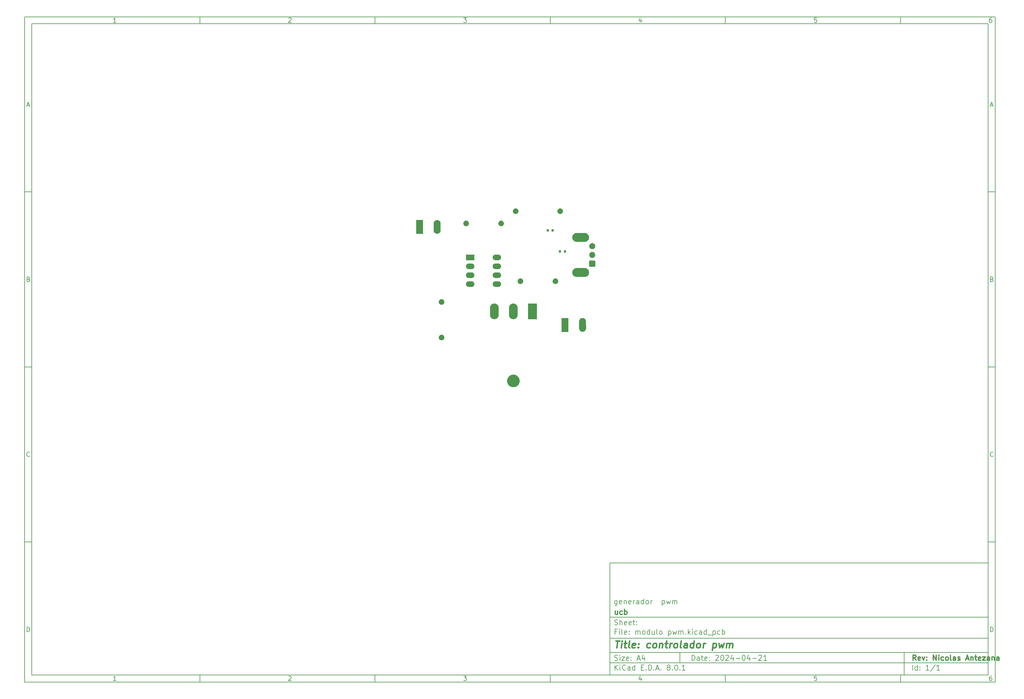
<source format=gbr>
%TF.GenerationSoftware,KiCad,Pcbnew,8.0.1*%
%TF.CreationDate,2024-04-21T23:09:34-04:00*%
%TF.ProjectId,modulo pwm,6d6f6475-6c6f-4207-9077-6d2e6b696361,Nicolas Antezana*%
%TF.SameCoordinates,Original*%
%TF.FileFunction,Soldermask,Top*%
%TF.FilePolarity,Negative*%
%FSLAX46Y46*%
G04 Gerber Fmt 4.6, Leading zero omitted, Abs format (unit mm)*
G04 Created by KiCad (PCBNEW 8.0.1) date 2024-04-21 23:09:34*
%MOMM*%
%LPD*%
G01*
G04 APERTURE LIST*
%ADD10C,0.100000*%
%ADD11C,0.150000*%
%ADD12C,0.300000*%
%ADD13C,0.400000*%
G04 APERTURE END LIST*
D10*
D11*
X177002200Y-166007200D02*
X285002200Y-166007200D01*
X285002200Y-198007200D01*
X177002200Y-198007200D01*
X177002200Y-166007200D01*
D10*
D11*
X10000000Y-10000000D02*
X287002200Y-10000000D01*
X287002200Y-200007200D01*
X10000000Y-200007200D01*
X10000000Y-10000000D01*
D10*
D11*
X12000000Y-12000000D02*
X285002200Y-12000000D01*
X285002200Y-198007200D01*
X12000000Y-198007200D01*
X12000000Y-12000000D01*
D10*
D11*
X60000000Y-12000000D02*
X60000000Y-10000000D01*
D10*
D11*
X110000000Y-12000000D02*
X110000000Y-10000000D01*
D10*
D11*
X160000000Y-12000000D02*
X160000000Y-10000000D01*
D10*
D11*
X210000000Y-12000000D02*
X210000000Y-10000000D01*
D10*
D11*
X260000000Y-12000000D02*
X260000000Y-10000000D01*
D10*
D11*
X36089160Y-11593604D02*
X35346303Y-11593604D01*
X35717731Y-11593604D02*
X35717731Y-10293604D01*
X35717731Y-10293604D02*
X35593922Y-10479319D01*
X35593922Y-10479319D02*
X35470112Y-10603128D01*
X35470112Y-10603128D02*
X35346303Y-10665033D01*
D10*
D11*
X85346303Y-10417414D02*
X85408207Y-10355509D01*
X85408207Y-10355509D02*
X85532017Y-10293604D01*
X85532017Y-10293604D02*
X85841541Y-10293604D01*
X85841541Y-10293604D02*
X85965350Y-10355509D01*
X85965350Y-10355509D02*
X86027255Y-10417414D01*
X86027255Y-10417414D02*
X86089160Y-10541223D01*
X86089160Y-10541223D02*
X86089160Y-10665033D01*
X86089160Y-10665033D02*
X86027255Y-10850747D01*
X86027255Y-10850747D02*
X85284398Y-11593604D01*
X85284398Y-11593604D02*
X86089160Y-11593604D01*
D10*
D11*
X135284398Y-10293604D02*
X136089160Y-10293604D01*
X136089160Y-10293604D02*
X135655826Y-10788842D01*
X135655826Y-10788842D02*
X135841541Y-10788842D01*
X135841541Y-10788842D02*
X135965350Y-10850747D01*
X135965350Y-10850747D02*
X136027255Y-10912652D01*
X136027255Y-10912652D02*
X136089160Y-11036461D01*
X136089160Y-11036461D02*
X136089160Y-11345985D01*
X136089160Y-11345985D02*
X136027255Y-11469795D01*
X136027255Y-11469795D02*
X135965350Y-11531700D01*
X135965350Y-11531700D02*
X135841541Y-11593604D01*
X135841541Y-11593604D02*
X135470112Y-11593604D01*
X135470112Y-11593604D02*
X135346303Y-11531700D01*
X135346303Y-11531700D02*
X135284398Y-11469795D01*
D10*
D11*
X185965350Y-10726938D02*
X185965350Y-11593604D01*
X185655826Y-10231700D02*
X185346303Y-11160271D01*
X185346303Y-11160271D02*
X186151064Y-11160271D01*
D10*
D11*
X236027255Y-10293604D02*
X235408207Y-10293604D01*
X235408207Y-10293604D02*
X235346303Y-10912652D01*
X235346303Y-10912652D02*
X235408207Y-10850747D01*
X235408207Y-10850747D02*
X235532017Y-10788842D01*
X235532017Y-10788842D02*
X235841541Y-10788842D01*
X235841541Y-10788842D02*
X235965350Y-10850747D01*
X235965350Y-10850747D02*
X236027255Y-10912652D01*
X236027255Y-10912652D02*
X236089160Y-11036461D01*
X236089160Y-11036461D02*
X236089160Y-11345985D01*
X236089160Y-11345985D02*
X236027255Y-11469795D01*
X236027255Y-11469795D02*
X235965350Y-11531700D01*
X235965350Y-11531700D02*
X235841541Y-11593604D01*
X235841541Y-11593604D02*
X235532017Y-11593604D01*
X235532017Y-11593604D02*
X235408207Y-11531700D01*
X235408207Y-11531700D02*
X235346303Y-11469795D01*
D10*
D11*
X285965350Y-10293604D02*
X285717731Y-10293604D01*
X285717731Y-10293604D02*
X285593922Y-10355509D01*
X285593922Y-10355509D02*
X285532017Y-10417414D01*
X285532017Y-10417414D02*
X285408207Y-10603128D01*
X285408207Y-10603128D02*
X285346303Y-10850747D01*
X285346303Y-10850747D02*
X285346303Y-11345985D01*
X285346303Y-11345985D02*
X285408207Y-11469795D01*
X285408207Y-11469795D02*
X285470112Y-11531700D01*
X285470112Y-11531700D02*
X285593922Y-11593604D01*
X285593922Y-11593604D02*
X285841541Y-11593604D01*
X285841541Y-11593604D02*
X285965350Y-11531700D01*
X285965350Y-11531700D02*
X286027255Y-11469795D01*
X286027255Y-11469795D02*
X286089160Y-11345985D01*
X286089160Y-11345985D02*
X286089160Y-11036461D01*
X286089160Y-11036461D02*
X286027255Y-10912652D01*
X286027255Y-10912652D02*
X285965350Y-10850747D01*
X285965350Y-10850747D02*
X285841541Y-10788842D01*
X285841541Y-10788842D02*
X285593922Y-10788842D01*
X285593922Y-10788842D02*
X285470112Y-10850747D01*
X285470112Y-10850747D02*
X285408207Y-10912652D01*
X285408207Y-10912652D02*
X285346303Y-11036461D01*
D10*
D11*
X60000000Y-198007200D02*
X60000000Y-200007200D01*
D10*
D11*
X110000000Y-198007200D02*
X110000000Y-200007200D01*
D10*
D11*
X160000000Y-198007200D02*
X160000000Y-200007200D01*
D10*
D11*
X210000000Y-198007200D02*
X210000000Y-200007200D01*
D10*
D11*
X260000000Y-198007200D02*
X260000000Y-200007200D01*
D10*
D11*
X36089160Y-199600804D02*
X35346303Y-199600804D01*
X35717731Y-199600804D02*
X35717731Y-198300804D01*
X35717731Y-198300804D02*
X35593922Y-198486519D01*
X35593922Y-198486519D02*
X35470112Y-198610328D01*
X35470112Y-198610328D02*
X35346303Y-198672233D01*
D10*
D11*
X85346303Y-198424614D02*
X85408207Y-198362709D01*
X85408207Y-198362709D02*
X85532017Y-198300804D01*
X85532017Y-198300804D02*
X85841541Y-198300804D01*
X85841541Y-198300804D02*
X85965350Y-198362709D01*
X85965350Y-198362709D02*
X86027255Y-198424614D01*
X86027255Y-198424614D02*
X86089160Y-198548423D01*
X86089160Y-198548423D02*
X86089160Y-198672233D01*
X86089160Y-198672233D02*
X86027255Y-198857947D01*
X86027255Y-198857947D02*
X85284398Y-199600804D01*
X85284398Y-199600804D02*
X86089160Y-199600804D01*
D10*
D11*
X135284398Y-198300804D02*
X136089160Y-198300804D01*
X136089160Y-198300804D02*
X135655826Y-198796042D01*
X135655826Y-198796042D02*
X135841541Y-198796042D01*
X135841541Y-198796042D02*
X135965350Y-198857947D01*
X135965350Y-198857947D02*
X136027255Y-198919852D01*
X136027255Y-198919852D02*
X136089160Y-199043661D01*
X136089160Y-199043661D02*
X136089160Y-199353185D01*
X136089160Y-199353185D02*
X136027255Y-199476995D01*
X136027255Y-199476995D02*
X135965350Y-199538900D01*
X135965350Y-199538900D02*
X135841541Y-199600804D01*
X135841541Y-199600804D02*
X135470112Y-199600804D01*
X135470112Y-199600804D02*
X135346303Y-199538900D01*
X135346303Y-199538900D02*
X135284398Y-199476995D01*
D10*
D11*
X185965350Y-198734138D02*
X185965350Y-199600804D01*
X185655826Y-198238900D02*
X185346303Y-199167471D01*
X185346303Y-199167471D02*
X186151064Y-199167471D01*
D10*
D11*
X236027255Y-198300804D02*
X235408207Y-198300804D01*
X235408207Y-198300804D02*
X235346303Y-198919852D01*
X235346303Y-198919852D02*
X235408207Y-198857947D01*
X235408207Y-198857947D02*
X235532017Y-198796042D01*
X235532017Y-198796042D02*
X235841541Y-198796042D01*
X235841541Y-198796042D02*
X235965350Y-198857947D01*
X235965350Y-198857947D02*
X236027255Y-198919852D01*
X236027255Y-198919852D02*
X236089160Y-199043661D01*
X236089160Y-199043661D02*
X236089160Y-199353185D01*
X236089160Y-199353185D02*
X236027255Y-199476995D01*
X236027255Y-199476995D02*
X235965350Y-199538900D01*
X235965350Y-199538900D02*
X235841541Y-199600804D01*
X235841541Y-199600804D02*
X235532017Y-199600804D01*
X235532017Y-199600804D02*
X235408207Y-199538900D01*
X235408207Y-199538900D02*
X235346303Y-199476995D01*
D10*
D11*
X285965350Y-198300804D02*
X285717731Y-198300804D01*
X285717731Y-198300804D02*
X285593922Y-198362709D01*
X285593922Y-198362709D02*
X285532017Y-198424614D01*
X285532017Y-198424614D02*
X285408207Y-198610328D01*
X285408207Y-198610328D02*
X285346303Y-198857947D01*
X285346303Y-198857947D02*
X285346303Y-199353185D01*
X285346303Y-199353185D02*
X285408207Y-199476995D01*
X285408207Y-199476995D02*
X285470112Y-199538900D01*
X285470112Y-199538900D02*
X285593922Y-199600804D01*
X285593922Y-199600804D02*
X285841541Y-199600804D01*
X285841541Y-199600804D02*
X285965350Y-199538900D01*
X285965350Y-199538900D02*
X286027255Y-199476995D01*
X286027255Y-199476995D02*
X286089160Y-199353185D01*
X286089160Y-199353185D02*
X286089160Y-199043661D01*
X286089160Y-199043661D02*
X286027255Y-198919852D01*
X286027255Y-198919852D02*
X285965350Y-198857947D01*
X285965350Y-198857947D02*
X285841541Y-198796042D01*
X285841541Y-198796042D02*
X285593922Y-198796042D01*
X285593922Y-198796042D02*
X285470112Y-198857947D01*
X285470112Y-198857947D02*
X285408207Y-198919852D01*
X285408207Y-198919852D02*
X285346303Y-199043661D01*
D10*
D11*
X10000000Y-60000000D02*
X12000000Y-60000000D01*
D10*
D11*
X10000000Y-110000000D02*
X12000000Y-110000000D01*
D10*
D11*
X10000000Y-160000000D02*
X12000000Y-160000000D01*
D10*
D11*
X10690476Y-35222176D02*
X11309523Y-35222176D01*
X10566666Y-35593604D02*
X10999999Y-34293604D01*
X10999999Y-34293604D02*
X11433333Y-35593604D01*
D10*
D11*
X11092857Y-84912652D02*
X11278571Y-84974557D01*
X11278571Y-84974557D02*
X11340476Y-85036461D01*
X11340476Y-85036461D02*
X11402380Y-85160271D01*
X11402380Y-85160271D02*
X11402380Y-85345985D01*
X11402380Y-85345985D02*
X11340476Y-85469795D01*
X11340476Y-85469795D02*
X11278571Y-85531700D01*
X11278571Y-85531700D02*
X11154761Y-85593604D01*
X11154761Y-85593604D02*
X10659523Y-85593604D01*
X10659523Y-85593604D02*
X10659523Y-84293604D01*
X10659523Y-84293604D02*
X11092857Y-84293604D01*
X11092857Y-84293604D02*
X11216666Y-84355509D01*
X11216666Y-84355509D02*
X11278571Y-84417414D01*
X11278571Y-84417414D02*
X11340476Y-84541223D01*
X11340476Y-84541223D02*
X11340476Y-84665033D01*
X11340476Y-84665033D02*
X11278571Y-84788842D01*
X11278571Y-84788842D02*
X11216666Y-84850747D01*
X11216666Y-84850747D02*
X11092857Y-84912652D01*
X11092857Y-84912652D02*
X10659523Y-84912652D01*
D10*
D11*
X11402380Y-135469795D02*
X11340476Y-135531700D01*
X11340476Y-135531700D02*
X11154761Y-135593604D01*
X11154761Y-135593604D02*
X11030952Y-135593604D01*
X11030952Y-135593604D02*
X10845238Y-135531700D01*
X10845238Y-135531700D02*
X10721428Y-135407890D01*
X10721428Y-135407890D02*
X10659523Y-135284080D01*
X10659523Y-135284080D02*
X10597619Y-135036461D01*
X10597619Y-135036461D02*
X10597619Y-134850747D01*
X10597619Y-134850747D02*
X10659523Y-134603128D01*
X10659523Y-134603128D02*
X10721428Y-134479319D01*
X10721428Y-134479319D02*
X10845238Y-134355509D01*
X10845238Y-134355509D02*
X11030952Y-134293604D01*
X11030952Y-134293604D02*
X11154761Y-134293604D01*
X11154761Y-134293604D02*
X11340476Y-134355509D01*
X11340476Y-134355509D02*
X11402380Y-134417414D01*
D10*
D11*
X10659523Y-185593604D02*
X10659523Y-184293604D01*
X10659523Y-184293604D02*
X10969047Y-184293604D01*
X10969047Y-184293604D02*
X11154761Y-184355509D01*
X11154761Y-184355509D02*
X11278571Y-184479319D01*
X11278571Y-184479319D02*
X11340476Y-184603128D01*
X11340476Y-184603128D02*
X11402380Y-184850747D01*
X11402380Y-184850747D02*
X11402380Y-185036461D01*
X11402380Y-185036461D02*
X11340476Y-185284080D01*
X11340476Y-185284080D02*
X11278571Y-185407890D01*
X11278571Y-185407890D02*
X11154761Y-185531700D01*
X11154761Y-185531700D02*
X10969047Y-185593604D01*
X10969047Y-185593604D02*
X10659523Y-185593604D01*
D10*
D11*
X287002200Y-60000000D02*
X285002200Y-60000000D01*
D10*
D11*
X287002200Y-110000000D02*
X285002200Y-110000000D01*
D10*
D11*
X287002200Y-160000000D02*
X285002200Y-160000000D01*
D10*
D11*
X285692676Y-35222176D02*
X286311723Y-35222176D01*
X285568866Y-35593604D02*
X286002199Y-34293604D01*
X286002199Y-34293604D02*
X286435533Y-35593604D01*
D10*
D11*
X286095057Y-84912652D02*
X286280771Y-84974557D01*
X286280771Y-84974557D02*
X286342676Y-85036461D01*
X286342676Y-85036461D02*
X286404580Y-85160271D01*
X286404580Y-85160271D02*
X286404580Y-85345985D01*
X286404580Y-85345985D02*
X286342676Y-85469795D01*
X286342676Y-85469795D02*
X286280771Y-85531700D01*
X286280771Y-85531700D02*
X286156961Y-85593604D01*
X286156961Y-85593604D02*
X285661723Y-85593604D01*
X285661723Y-85593604D02*
X285661723Y-84293604D01*
X285661723Y-84293604D02*
X286095057Y-84293604D01*
X286095057Y-84293604D02*
X286218866Y-84355509D01*
X286218866Y-84355509D02*
X286280771Y-84417414D01*
X286280771Y-84417414D02*
X286342676Y-84541223D01*
X286342676Y-84541223D02*
X286342676Y-84665033D01*
X286342676Y-84665033D02*
X286280771Y-84788842D01*
X286280771Y-84788842D02*
X286218866Y-84850747D01*
X286218866Y-84850747D02*
X286095057Y-84912652D01*
X286095057Y-84912652D02*
X285661723Y-84912652D01*
D10*
D11*
X286404580Y-135469795D02*
X286342676Y-135531700D01*
X286342676Y-135531700D02*
X286156961Y-135593604D01*
X286156961Y-135593604D02*
X286033152Y-135593604D01*
X286033152Y-135593604D02*
X285847438Y-135531700D01*
X285847438Y-135531700D02*
X285723628Y-135407890D01*
X285723628Y-135407890D02*
X285661723Y-135284080D01*
X285661723Y-135284080D02*
X285599819Y-135036461D01*
X285599819Y-135036461D02*
X285599819Y-134850747D01*
X285599819Y-134850747D02*
X285661723Y-134603128D01*
X285661723Y-134603128D02*
X285723628Y-134479319D01*
X285723628Y-134479319D02*
X285847438Y-134355509D01*
X285847438Y-134355509D02*
X286033152Y-134293604D01*
X286033152Y-134293604D02*
X286156961Y-134293604D01*
X286156961Y-134293604D02*
X286342676Y-134355509D01*
X286342676Y-134355509D02*
X286404580Y-134417414D01*
D10*
D11*
X285661723Y-185593604D02*
X285661723Y-184293604D01*
X285661723Y-184293604D02*
X285971247Y-184293604D01*
X285971247Y-184293604D02*
X286156961Y-184355509D01*
X286156961Y-184355509D02*
X286280771Y-184479319D01*
X286280771Y-184479319D02*
X286342676Y-184603128D01*
X286342676Y-184603128D02*
X286404580Y-184850747D01*
X286404580Y-184850747D02*
X286404580Y-185036461D01*
X286404580Y-185036461D02*
X286342676Y-185284080D01*
X286342676Y-185284080D02*
X286280771Y-185407890D01*
X286280771Y-185407890D02*
X286156961Y-185531700D01*
X286156961Y-185531700D02*
X285971247Y-185593604D01*
X285971247Y-185593604D02*
X285661723Y-185593604D01*
D10*
D11*
X200458026Y-193793328D02*
X200458026Y-192293328D01*
X200458026Y-192293328D02*
X200815169Y-192293328D01*
X200815169Y-192293328D02*
X201029455Y-192364757D01*
X201029455Y-192364757D02*
X201172312Y-192507614D01*
X201172312Y-192507614D02*
X201243741Y-192650471D01*
X201243741Y-192650471D02*
X201315169Y-192936185D01*
X201315169Y-192936185D02*
X201315169Y-193150471D01*
X201315169Y-193150471D02*
X201243741Y-193436185D01*
X201243741Y-193436185D02*
X201172312Y-193579042D01*
X201172312Y-193579042D02*
X201029455Y-193721900D01*
X201029455Y-193721900D02*
X200815169Y-193793328D01*
X200815169Y-193793328D02*
X200458026Y-193793328D01*
X202600884Y-193793328D02*
X202600884Y-193007614D01*
X202600884Y-193007614D02*
X202529455Y-192864757D01*
X202529455Y-192864757D02*
X202386598Y-192793328D01*
X202386598Y-192793328D02*
X202100884Y-192793328D01*
X202100884Y-192793328D02*
X201958026Y-192864757D01*
X202600884Y-193721900D02*
X202458026Y-193793328D01*
X202458026Y-193793328D02*
X202100884Y-193793328D01*
X202100884Y-193793328D02*
X201958026Y-193721900D01*
X201958026Y-193721900D02*
X201886598Y-193579042D01*
X201886598Y-193579042D02*
X201886598Y-193436185D01*
X201886598Y-193436185D02*
X201958026Y-193293328D01*
X201958026Y-193293328D02*
X202100884Y-193221900D01*
X202100884Y-193221900D02*
X202458026Y-193221900D01*
X202458026Y-193221900D02*
X202600884Y-193150471D01*
X203100884Y-192793328D02*
X203672312Y-192793328D01*
X203315169Y-192293328D02*
X203315169Y-193579042D01*
X203315169Y-193579042D02*
X203386598Y-193721900D01*
X203386598Y-193721900D02*
X203529455Y-193793328D01*
X203529455Y-193793328D02*
X203672312Y-193793328D01*
X204743741Y-193721900D02*
X204600884Y-193793328D01*
X204600884Y-193793328D02*
X204315170Y-193793328D01*
X204315170Y-193793328D02*
X204172312Y-193721900D01*
X204172312Y-193721900D02*
X204100884Y-193579042D01*
X204100884Y-193579042D02*
X204100884Y-193007614D01*
X204100884Y-193007614D02*
X204172312Y-192864757D01*
X204172312Y-192864757D02*
X204315170Y-192793328D01*
X204315170Y-192793328D02*
X204600884Y-192793328D01*
X204600884Y-192793328D02*
X204743741Y-192864757D01*
X204743741Y-192864757D02*
X204815170Y-193007614D01*
X204815170Y-193007614D02*
X204815170Y-193150471D01*
X204815170Y-193150471D02*
X204100884Y-193293328D01*
X205458026Y-193650471D02*
X205529455Y-193721900D01*
X205529455Y-193721900D02*
X205458026Y-193793328D01*
X205458026Y-193793328D02*
X205386598Y-193721900D01*
X205386598Y-193721900D02*
X205458026Y-193650471D01*
X205458026Y-193650471D02*
X205458026Y-193793328D01*
X205458026Y-192864757D02*
X205529455Y-192936185D01*
X205529455Y-192936185D02*
X205458026Y-193007614D01*
X205458026Y-193007614D02*
X205386598Y-192936185D01*
X205386598Y-192936185D02*
X205458026Y-192864757D01*
X205458026Y-192864757D02*
X205458026Y-193007614D01*
X207243741Y-192436185D02*
X207315169Y-192364757D01*
X207315169Y-192364757D02*
X207458027Y-192293328D01*
X207458027Y-192293328D02*
X207815169Y-192293328D01*
X207815169Y-192293328D02*
X207958027Y-192364757D01*
X207958027Y-192364757D02*
X208029455Y-192436185D01*
X208029455Y-192436185D02*
X208100884Y-192579042D01*
X208100884Y-192579042D02*
X208100884Y-192721900D01*
X208100884Y-192721900D02*
X208029455Y-192936185D01*
X208029455Y-192936185D02*
X207172312Y-193793328D01*
X207172312Y-193793328D02*
X208100884Y-193793328D01*
X209029455Y-192293328D02*
X209172312Y-192293328D01*
X209172312Y-192293328D02*
X209315169Y-192364757D01*
X209315169Y-192364757D02*
X209386598Y-192436185D01*
X209386598Y-192436185D02*
X209458026Y-192579042D01*
X209458026Y-192579042D02*
X209529455Y-192864757D01*
X209529455Y-192864757D02*
X209529455Y-193221900D01*
X209529455Y-193221900D02*
X209458026Y-193507614D01*
X209458026Y-193507614D02*
X209386598Y-193650471D01*
X209386598Y-193650471D02*
X209315169Y-193721900D01*
X209315169Y-193721900D02*
X209172312Y-193793328D01*
X209172312Y-193793328D02*
X209029455Y-193793328D01*
X209029455Y-193793328D02*
X208886598Y-193721900D01*
X208886598Y-193721900D02*
X208815169Y-193650471D01*
X208815169Y-193650471D02*
X208743740Y-193507614D01*
X208743740Y-193507614D02*
X208672312Y-193221900D01*
X208672312Y-193221900D02*
X208672312Y-192864757D01*
X208672312Y-192864757D02*
X208743740Y-192579042D01*
X208743740Y-192579042D02*
X208815169Y-192436185D01*
X208815169Y-192436185D02*
X208886598Y-192364757D01*
X208886598Y-192364757D02*
X209029455Y-192293328D01*
X210100883Y-192436185D02*
X210172311Y-192364757D01*
X210172311Y-192364757D02*
X210315169Y-192293328D01*
X210315169Y-192293328D02*
X210672311Y-192293328D01*
X210672311Y-192293328D02*
X210815169Y-192364757D01*
X210815169Y-192364757D02*
X210886597Y-192436185D01*
X210886597Y-192436185D02*
X210958026Y-192579042D01*
X210958026Y-192579042D02*
X210958026Y-192721900D01*
X210958026Y-192721900D02*
X210886597Y-192936185D01*
X210886597Y-192936185D02*
X210029454Y-193793328D01*
X210029454Y-193793328D02*
X210958026Y-193793328D01*
X212243740Y-192793328D02*
X212243740Y-193793328D01*
X211886597Y-192221900D02*
X211529454Y-193293328D01*
X211529454Y-193293328D02*
X212458025Y-193293328D01*
X213029453Y-193221900D02*
X214172311Y-193221900D01*
X215172311Y-192293328D02*
X215315168Y-192293328D01*
X215315168Y-192293328D02*
X215458025Y-192364757D01*
X215458025Y-192364757D02*
X215529454Y-192436185D01*
X215529454Y-192436185D02*
X215600882Y-192579042D01*
X215600882Y-192579042D02*
X215672311Y-192864757D01*
X215672311Y-192864757D02*
X215672311Y-193221900D01*
X215672311Y-193221900D02*
X215600882Y-193507614D01*
X215600882Y-193507614D02*
X215529454Y-193650471D01*
X215529454Y-193650471D02*
X215458025Y-193721900D01*
X215458025Y-193721900D02*
X215315168Y-193793328D01*
X215315168Y-193793328D02*
X215172311Y-193793328D01*
X215172311Y-193793328D02*
X215029454Y-193721900D01*
X215029454Y-193721900D02*
X214958025Y-193650471D01*
X214958025Y-193650471D02*
X214886596Y-193507614D01*
X214886596Y-193507614D02*
X214815168Y-193221900D01*
X214815168Y-193221900D02*
X214815168Y-192864757D01*
X214815168Y-192864757D02*
X214886596Y-192579042D01*
X214886596Y-192579042D02*
X214958025Y-192436185D01*
X214958025Y-192436185D02*
X215029454Y-192364757D01*
X215029454Y-192364757D02*
X215172311Y-192293328D01*
X216958025Y-192793328D02*
X216958025Y-193793328D01*
X216600882Y-192221900D02*
X216243739Y-193293328D01*
X216243739Y-193293328D02*
X217172310Y-193293328D01*
X217743738Y-193221900D02*
X218886596Y-193221900D01*
X219529453Y-192436185D02*
X219600881Y-192364757D01*
X219600881Y-192364757D02*
X219743739Y-192293328D01*
X219743739Y-192293328D02*
X220100881Y-192293328D01*
X220100881Y-192293328D02*
X220243739Y-192364757D01*
X220243739Y-192364757D02*
X220315167Y-192436185D01*
X220315167Y-192436185D02*
X220386596Y-192579042D01*
X220386596Y-192579042D02*
X220386596Y-192721900D01*
X220386596Y-192721900D02*
X220315167Y-192936185D01*
X220315167Y-192936185D02*
X219458024Y-193793328D01*
X219458024Y-193793328D02*
X220386596Y-193793328D01*
X221815167Y-193793328D02*
X220958024Y-193793328D01*
X221386595Y-193793328D02*
X221386595Y-192293328D01*
X221386595Y-192293328D02*
X221243738Y-192507614D01*
X221243738Y-192507614D02*
X221100881Y-192650471D01*
X221100881Y-192650471D02*
X220958024Y-192721900D01*
D10*
D11*
X177002200Y-194507200D02*
X285002200Y-194507200D01*
D10*
D11*
X178458026Y-196593328D02*
X178458026Y-195093328D01*
X179315169Y-196593328D02*
X178672312Y-195736185D01*
X179315169Y-195093328D02*
X178458026Y-195950471D01*
X179958026Y-196593328D02*
X179958026Y-195593328D01*
X179958026Y-195093328D02*
X179886598Y-195164757D01*
X179886598Y-195164757D02*
X179958026Y-195236185D01*
X179958026Y-195236185D02*
X180029455Y-195164757D01*
X180029455Y-195164757D02*
X179958026Y-195093328D01*
X179958026Y-195093328D02*
X179958026Y-195236185D01*
X181529455Y-196450471D02*
X181458027Y-196521900D01*
X181458027Y-196521900D02*
X181243741Y-196593328D01*
X181243741Y-196593328D02*
X181100884Y-196593328D01*
X181100884Y-196593328D02*
X180886598Y-196521900D01*
X180886598Y-196521900D02*
X180743741Y-196379042D01*
X180743741Y-196379042D02*
X180672312Y-196236185D01*
X180672312Y-196236185D02*
X180600884Y-195950471D01*
X180600884Y-195950471D02*
X180600884Y-195736185D01*
X180600884Y-195736185D02*
X180672312Y-195450471D01*
X180672312Y-195450471D02*
X180743741Y-195307614D01*
X180743741Y-195307614D02*
X180886598Y-195164757D01*
X180886598Y-195164757D02*
X181100884Y-195093328D01*
X181100884Y-195093328D02*
X181243741Y-195093328D01*
X181243741Y-195093328D02*
X181458027Y-195164757D01*
X181458027Y-195164757D02*
X181529455Y-195236185D01*
X182815170Y-196593328D02*
X182815170Y-195807614D01*
X182815170Y-195807614D02*
X182743741Y-195664757D01*
X182743741Y-195664757D02*
X182600884Y-195593328D01*
X182600884Y-195593328D02*
X182315170Y-195593328D01*
X182315170Y-195593328D02*
X182172312Y-195664757D01*
X182815170Y-196521900D02*
X182672312Y-196593328D01*
X182672312Y-196593328D02*
X182315170Y-196593328D01*
X182315170Y-196593328D02*
X182172312Y-196521900D01*
X182172312Y-196521900D02*
X182100884Y-196379042D01*
X182100884Y-196379042D02*
X182100884Y-196236185D01*
X182100884Y-196236185D02*
X182172312Y-196093328D01*
X182172312Y-196093328D02*
X182315170Y-196021900D01*
X182315170Y-196021900D02*
X182672312Y-196021900D01*
X182672312Y-196021900D02*
X182815170Y-195950471D01*
X184172313Y-196593328D02*
X184172313Y-195093328D01*
X184172313Y-196521900D02*
X184029455Y-196593328D01*
X184029455Y-196593328D02*
X183743741Y-196593328D01*
X183743741Y-196593328D02*
X183600884Y-196521900D01*
X183600884Y-196521900D02*
X183529455Y-196450471D01*
X183529455Y-196450471D02*
X183458027Y-196307614D01*
X183458027Y-196307614D02*
X183458027Y-195879042D01*
X183458027Y-195879042D02*
X183529455Y-195736185D01*
X183529455Y-195736185D02*
X183600884Y-195664757D01*
X183600884Y-195664757D02*
X183743741Y-195593328D01*
X183743741Y-195593328D02*
X184029455Y-195593328D01*
X184029455Y-195593328D02*
X184172313Y-195664757D01*
X186029455Y-195807614D02*
X186529455Y-195807614D01*
X186743741Y-196593328D02*
X186029455Y-196593328D01*
X186029455Y-196593328D02*
X186029455Y-195093328D01*
X186029455Y-195093328D02*
X186743741Y-195093328D01*
X187386598Y-196450471D02*
X187458027Y-196521900D01*
X187458027Y-196521900D02*
X187386598Y-196593328D01*
X187386598Y-196593328D02*
X187315170Y-196521900D01*
X187315170Y-196521900D02*
X187386598Y-196450471D01*
X187386598Y-196450471D02*
X187386598Y-196593328D01*
X188100884Y-196593328D02*
X188100884Y-195093328D01*
X188100884Y-195093328D02*
X188458027Y-195093328D01*
X188458027Y-195093328D02*
X188672313Y-195164757D01*
X188672313Y-195164757D02*
X188815170Y-195307614D01*
X188815170Y-195307614D02*
X188886599Y-195450471D01*
X188886599Y-195450471D02*
X188958027Y-195736185D01*
X188958027Y-195736185D02*
X188958027Y-195950471D01*
X188958027Y-195950471D02*
X188886599Y-196236185D01*
X188886599Y-196236185D02*
X188815170Y-196379042D01*
X188815170Y-196379042D02*
X188672313Y-196521900D01*
X188672313Y-196521900D02*
X188458027Y-196593328D01*
X188458027Y-196593328D02*
X188100884Y-196593328D01*
X189600884Y-196450471D02*
X189672313Y-196521900D01*
X189672313Y-196521900D02*
X189600884Y-196593328D01*
X189600884Y-196593328D02*
X189529456Y-196521900D01*
X189529456Y-196521900D02*
X189600884Y-196450471D01*
X189600884Y-196450471D02*
X189600884Y-196593328D01*
X190243742Y-196164757D02*
X190958028Y-196164757D01*
X190100885Y-196593328D02*
X190600885Y-195093328D01*
X190600885Y-195093328D02*
X191100885Y-196593328D01*
X191600884Y-196450471D02*
X191672313Y-196521900D01*
X191672313Y-196521900D02*
X191600884Y-196593328D01*
X191600884Y-196593328D02*
X191529456Y-196521900D01*
X191529456Y-196521900D02*
X191600884Y-196450471D01*
X191600884Y-196450471D02*
X191600884Y-196593328D01*
X193672313Y-195736185D02*
X193529456Y-195664757D01*
X193529456Y-195664757D02*
X193458027Y-195593328D01*
X193458027Y-195593328D02*
X193386599Y-195450471D01*
X193386599Y-195450471D02*
X193386599Y-195379042D01*
X193386599Y-195379042D02*
X193458027Y-195236185D01*
X193458027Y-195236185D02*
X193529456Y-195164757D01*
X193529456Y-195164757D02*
X193672313Y-195093328D01*
X193672313Y-195093328D02*
X193958027Y-195093328D01*
X193958027Y-195093328D02*
X194100885Y-195164757D01*
X194100885Y-195164757D02*
X194172313Y-195236185D01*
X194172313Y-195236185D02*
X194243742Y-195379042D01*
X194243742Y-195379042D02*
X194243742Y-195450471D01*
X194243742Y-195450471D02*
X194172313Y-195593328D01*
X194172313Y-195593328D02*
X194100885Y-195664757D01*
X194100885Y-195664757D02*
X193958027Y-195736185D01*
X193958027Y-195736185D02*
X193672313Y-195736185D01*
X193672313Y-195736185D02*
X193529456Y-195807614D01*
X193529456Y-195807614D02*
X193458027Y-195879042D01*
X193458027Y-195879042D02*
X193386599Y-196021900D01*
X193386599Y-196021900D02*
X193386599Y-196307614D01*
X193386599Y-196307614D02*
X193458027Y-196450471D01*
X193458027Y-196450471D02*
X193529456Y-196521900D01*
X193529456Y-196521900D02*
X193672313Y-196593328D01*
X193672313Y-196593328D02*
X193958027Y-196593328D01*
X193958027Y-196593328D02*
X194100885Y-196521900D01*
X194100885Y-196521900D02*
X194172313Y-196450471D01*
X194172313Y-196450471D02*
X194243742Y-196307614D01*
X194243742Y-196307614D02*
X194243742Y-196021900D01*
X194243742Y-196021900D02*
X194172313Y-195879042D01*
X194172313Y-195879042D02*
X194100885Y-195807614D01*
X194100885Y-195807614D02*
X193958027Y-195736185D01*
X194886598Y-196450471D02*
X194958027Y-196521900D01*
X194958027Y-196521900D02*
X194886598Y-196593328D01*
X194886598Y-196593328D02*
X194815170Y-196521900D01*
X194815170Y-196521900D02*
X194886598Y-196450471D01*
X194886598Y-196450471D02*
X194886598Y-196593328D01*
X195886599Y-195093328D02*
X196029456Y-195093328D01*
X196029456Y-195093328D02*
X196172313Y-195164757D01*
X196172313Y-195164757D02*
X196243742Y-195236185D01*
X196243742Y-195236185D02*
X196315170Y-195379042D01*
X196315170Y-195379042D02*
X196386599Y-195664757D01*
X196386599Y-195664757D02*
X196386599Y-196021900D01*
X196386599Y-196021900D02*
X196315170Y-196307614D01*
X196315170Y-196307614D02*
X196243742Y-196450471D01*
X196243742Y-196450471D02*
X196172313Y-196521900D01*
X196172313Y-196521900D02*
X196029456Y-196593328D01*
X196029456Y-196593328D02*
X195886599Y-196593328D01*
X195886599Y-196593328D02*
X195743742Y-196521900D01*
X195743742Y-196521900D02*
X195672313Y-196450471D01*
X195672313Y-196450471D02*
X195600884Y-196307614D01*
X195600884Y-196307614D02*
X195529456Y-196021900D01*
X195529456Y-196021900D02*
X195529456Y-195664757D01*
X195529456Y-195664757D02*
X195600884Y-195379042D01*
X195600884Y-195379042D02*
X195672313Y-195236185D01*
X195672313Y-195236185D02*
X195743742Y-195164757D01*
X195743742Y-195164757D02*
X195886599Y-195093328D01*
X197029455Y-196450471D02*
X197100884Y-196521900D01*
X197100884Y-196521900D02*
X197029455Y-196593328D01*
X197029455Y-196593328D02*
X196958027Y-196521900D01*
X196958027Y-196521900D02*
X197029455Y-196450471D01*
X197029455Y-196450471D02*
X197029455Y-196593328D01*
X198529456Y-196593328D02*
X197672313Y-196593328D01*
X198100884Y-196593328D02*
X198100884Y-195093328D01*
X198100884Y-195093328D02*
X197958027Y-195307614D01*
X197958027Y-195307614D02*
X197815170Y-195450471D01*
X197815170Y-195450471D02*
X197672313Y-195521900D01*
D10*
D11*
X177002200Y-191507200D02*
X285002200Y-191507200D01*
D10*
D12*
X264413853Y-193785528D02*
X263913853Y-193071242D01*
X263556710Y-193785528D02*
X263556710Y-192285528D01*
X263556710Y-192285528D02*
X264128139Y-192285528D01*
X264128139Y-192285528D02*
X264270996Y-192356957D01*
X264270996Y-192356957D02*
X264342425Y-192428385D01*
X264342425Y-192428385D02*
X264413853Y-192571242D01*
X264413853Y-192571242D02*
X264413853Y-192785528D01*
X264413853Y-192785528D02*
X264342425Y-192928385D01*
X264342425Y-192928385D02*
X264270996Y-192999814D01*
X264270996Y-192999814D02*
X264128139Y-193071242D01*
X264128139Y-193071242D02*
X263556710Y-193071242D01*
X265628139Y-193714100D02*
X265485282Y-193785528D01*
X265485282Y-193785528D02*
X265199568Y-193785528D01*
X265199568Y-193785528D02*
X265056710Y-193714100D01*
X265056710Y-193714100D02*
X264985282Y-193571242D01*
X264985282Y-193571242D02*
X264985282Y-192999814D01*
X264985282Y-192999814D02*
X265056710Y-192856957D01*
X265056710Y-192856957D02*
X265199568Y-192785528D01*
X265199568Y-192785528D02*
X265485282Y-192785528D01*
X265485282Y-192785528D02*
X265628139Y-192856957D01*
X265628139Y-192856957D02*
X265699568Y-192999814D01*
X265699568Y-192999814D02*
X265699568Y-193142671D01*
X265699568Y-193142671D02*
X264985282Y-193285528D01*
X266199567Y-192785528D02*
X266556710Y-193785528D01*
X266556710Y-193785528D02*
X266913853Y-192785528D01*
X267485281Y-193642671D02*
X267556710Y-193714100D01*
X267556710Y-193714100D02*
X267485281Y-193785528D01*
X267485281Y-193785528D02*
X267413853Y-193714100D01*
X267413853Y-193714100D02*
X267485281Y-193642671D01*
X267485281Y-193642671D02*
X267485281Y-193785528D01*
X267485281Y-192856957D02*
X267556710Y-192928385D01*
X267556710Y-192928385D02*
X267485281Y-192999814D01*
X267485281Y-192999814D02*
X267413853Y-192928385D01*
X267413853Y-192928385D02*
X267485281Y-192856957D01*
X267485281Y-192856957D02*
X267485281Y-192999814D01*
X269342424Y-193785528D02*
X269342424Y-192285528D01*
X269342424Y-192285528D02*
X270199567Y-193785528D01*
X270199567Y-193785528D02*
X270199567Y-192285528D01*
X270913853Y-193785528D02*
X270913853Y-192785528D01*
X270913853Y-192285528D02*
X270842425Y-192356957D01*
X270842425Y-192356957D02*
X270913853Y-192428385D01*
X270913853Y-192428385D02*
X270985282Y-192356957D01*
X270985282Y-192356957D02*
X270913853Y-192285528D01*
X270913853Y-192285528D02*
X270913853Y-192428385D01*
X272270997Y-193714100D02*
X272128139Y-193785528D01*
X272128139Y-193785528D02*
X271842425Y-193785528D01*
X271842425Y-193785528D02*
X271699568Y-193714100D01*
X271699568Y-193714100D02*
X271628139Y-193642671D01*
X271628139Y-193642671D02*
X271556711Y-193499814D01*
X271556711Y-193499814D02*
X271556711Y-193071242D01*
X271556711Y-193071242D02*
X271628139Y-192928385D01*
X271628139Y-192928385D02*
X271699568Y-192856957D01*
X271699568Y-192856957D02*
X271842425Y-192785528D01*
X271842425Y-192785528D02*
X272128139Y-192785528D01*
X272128139Y-192785528D02*
X272270997Y-192856957D01*
X273128139Y-193785528D02*
X272985282Y-193714100D01*
X272985282Y-193714100D02*
X272913853Y-193642671D01*
X272913853Y-193642671D02*
X272842425Y-193499814D01*
X272842425Y-193499814D02*
X272842425Y-193071242D01*
X272842425Y-193071242D02*
X272913853Y-192928385D01*
X272913853Y-192928385D02*
X272985282Y-192856957D01*
X272985282Y-192856957D02*
X273128139Y-192785528D01*
X273128139Y-192785528D02*
X273342425Y-192785528D01*
X273342425Y-192785528D02*
X273485282Y-192856957D01*
X273485282Y-192856957D02*
X273556711Y-192928385D01*
X273556711Y-192928385D02*
X273628139Y-193071242D01*
X273628139Y-193071242D02*
X273628139Y-193499814D01*
X273628139Y-193499814D02*
X273556711Y-193642671D01*
X273556711Y-193642671D02*
X273485282Y-193714100D01*
X273485282Y-193714100D02*
X273342425Y-193785528D01*
X273342425Y-193785528D02*
X273128139Y-193785528D01*
X274485282Y-193785528D02*
X274342425Y-193714100D01*
X274342425Y-193714100D02*
X274270996Y-193571242D01*
X274270996Y-193571242D02*
X274270996Y-192285528D01*
X275699568Y-193785528D02*
X275699568Y-192999814D01*
X275699568Y-192999814D02*
X275628139Y-192856957D01*
X275628139Y-192856957D02*
X275485282Y-192785528D01*
X275485282Y-192785528D02*
X275199568Y-192785528D01*
X275199568Y-192785528D02*
X275056710Y-192856957D01*
X275699568Y-193714100D02*
X275556710Y-193785528D01*
X275556710Y-193785528D02*
X275199568Y-193785528D01*
X275199568Y-193785528D02*
X275056710Y-193714100D01*
X275056710Y-193714100D02*
X274985282Y-193571242D01*
X274985282Y-193571242D02*
X274985282Y-193428385D01*
X274985282Y-193428385D02*
X275056710Y-193285528D01*
X275056710Y-193285528D02*
X275199568Y-193214100D01*
X275199568Y-193214100D02*
X275556710Y-193214100D01*
X275556710Y-193214100D02*
X275699568Y-193142671D01*
X276342425Y-193714100D02*
X276485282Y-193785528D01*
X276485282Y-193785528D02*
X276770996Y-193785528D01*
X276770996Y-193785528D02*
X276913853Y-193714100D01*
X276913853Y-193714100D02*
X276985282Y-193571242D01*
X276985282Y-193571242D02*
X276985282Y-193499814D01*
X276985282Y-193499814D02*
X276913853Y-193356957D01*
X276913853Y-193356957D02*
X276770996Y-193285528D01*
X276770996Y-193285528D02*
X276556711Y-193285528D01*
X276556711Y-193285528D02*
X276413853Y-193214100D01*
X276413853Y-193214100D02*
X276342425Y-193071242D01*
X276342425Y-193071242D02*
X276342425Y-192999814D01*
X276342425Y-192999814D02*
X276413853Y-192856957D01*
X276413853Y-192856957D02*
X276556711Y-192785528D01*
X276556711Y-192785528D02*
X276770996Y-192785528D01*
X276770996Y-192785528D02*
X276913853Y-192856957D01*
X278699568Y-193356957D02*
X279413854Y-193356957D01*
X278556711Y-193785528D02*
X279056711Y-192285528D01*
X279056711Y-192285528D02*
X279556711Y-193785528D01*
X280056710Y-192785528D02*
X280056710Y-193785528D01*
X280056710Y-192928385D02*
X280128139Y-192856957D01*
X280128139Y-192856957D02*
X280270996Y-192785528D01*
X280270996Y-192785528D02*
X280485282Y-192785528D01*
X280485282Y-192785528D02*
X280628139Y-192856957D01*
X280628139Y-192856957D02*
X280699568Y-192999814D01*
X280699568Y-192999814D02*
X280699568Y-193785528D01*
X281199568Y-192785528D02*
X281770996Y-192785528D01*
X281413853Y-192285528D02*
X281413853Y-193571242D01*
X281413853Y-193571242D02*
X281485282Y-193714100D01*
X281485282Y-193714100D02*
X281628139Y-193785528D01*
X281628139Y-193785528D02*
X281770996Y-193785528D01*
X282842425Y-193714100D02*
X282699568Y-193785528D01*
X282699568Y-193785528D02*
X282413854Y-193785528D01*
X282413854Y-193785528D02*
X282270996Y-193714100D01*
X282270996Y-193714100D02*
X282199568Y-193571242D01*
X282199568Y-193571242D02*
X282199568Y-192999814D01*
X282199568Y-192999814D02*
X282270996Y-192856957D01*
X282270996Y-192856957D02*
X282413854Y-192785528D01*
X282413854Y-192785528D02*
X282699568Y-192785528D01*
X282699568Y-192785528D02*
X282842425Y-192856957D01*
X282842425Y-192856957D02*
X282913854Y-192999814D01*
X282913854Y-192999814D02*
X282913854Y-193142671D01*
X282913854Y-193142671D02*
X282199568Y-193285528D01*
X283413853Y-192785528D02*
X284199568Y-192785528D01*
X284199568Y-192785528D02*
X283413853Y-193785528D01*
X283413853Y-193785528D02*
X284199568Y-193785528D01*
X285413854Y-193785528D02*
X285413854Y-192999814D01*
X285413854Y-192999814D02*
X285342425Y-192856957D01*
X285342425Y-192856957D02*
X285199568Y-192785528D01*
X285199568Y-192785528D02*
X284913854Y-192785528D01*
X284913854Y-192785528D02*
X284770996Y-192856957D01*
X285413854Y-193714100D02*
X285270996Y-193785528D01*
X285270996Y-193785528D02*
X284913854Y-193785528D01*
X284913854Y-193785528D02*
X284770996Y-193714100D01*
X284770996Y-193714100D02*
X284699568Y-193571242D01*
X284699568Y-193571242D02*
X284699568Y-193428385D01*
X284699568Y-193428385D02*
X284770996Y-193285528D01*
X284770996Y-193285528D02*
X284913854Y-193214100D01*
X284913854Y-193214100D02*
X285270996Y-193214100D01*
X285270996Y-193214100D02*
X285413854Y-193142671D01*
X286128139Y-192785528D02*
X286128139Y-193785528D01*
X286128139Y-192928385D02*
X286199568Y-192856957D01*
X286199568Y-192856957D02*
X286342425Y-192785528D01*
X286342425Y-192785528D02*
X286556711Y-192785528D01*
X286556711Y-192785528D02*
X286699568Y-192856957D01*
X286699568Y-192856957D02*
X286770997Y-192999814D01*
X286770997Y-192999814D02*
X286770997Y-193785528D01*
X288128140Y-193785528D02*
X288128140Y-192999814D01*
X288128140Y-192999814D02*
X288056711Y-192856957D01*
X288056711Y-192856957D02*
X287913854Y-192785528D01*
X287913854Y-192785528D02*
X287628140Y-192785528D01*
X287628140Y-192785528D02*
X287485282Y-192856957D01*
X288128140Y-193714100D02*
X287985282Y-193785528D01*
X287985282Y-193785528D02*
X287628140Y-193785528D01*
X287628140Y-193785528D02*
X287485282Y-193714100D01*
X287485282Y-193714100D02*
X287413854Y-193571242D01*
X287413854Y-193571242D02*
X287413854Y-193428385D01*
X287413854Y-193428385D02*
X287485282Y-193285528D01*
X287485282Y-193285528D02*
X287628140Y-193214100D01*
X287628140Y-193214100D02*
X287985282Y-193214100D01*
X287985282Y-193214100D02*
X288128140Y-193142671D01*
D10*
D11*
X178386598Y-193721900D02*
X178600884Y-193793328D01*
X178600884Y-193793328D02*
X178958026Y-193793328D01*
X178958026Y-193793328D02*
X179100884Y-193721900D01*
X179100884Y-193721900D02*
X179172312Y-193650471D01*
X179172312Y-193650471D02*
X179243741Y-193507614D01*
X179243741Y-193507614D02*
X179243741Y-193364757D01*
X179243741Y-193364757D02*
X179172312Y-193221900D01*
X179172312Y-193221900D02*
X179100884Y-193150471D01*
X179100884Y-193150471D02*
X178958026Y-193079042D01*
X178958026Y-193079042D02*
X178672312Y-193007614D01*
X178672312Y-193007614D02*
X178529455Y-192936185D01*
X178529455Y-192936185D02*
X178458026Y-192864757D01*
X178458026Y-192864757D02*
X178386598Y-192721900D01*
X178386598Y-192721900D02*
X178386598Y-192579042D01*
X178386598Y-192579042D02*
X178458026Y-192436185D01*
X178458026Y-192436185D02*
X178529455Y-192364757D01*
X178529455Y-192364757D02*
X178672312Y-192293328D01*
X178672312Y-192293328D02*
X179029455Y-192293328D01*
X179029455Y-192293328D02*
X179243741Y-192364757D01*
X179886597Y-193793328D02*
X179886597Y-192793328D01*
X179886597Y-192293328D02*
X179815169Y-192364757D01*
X179815169Y-192364757D02*
X179886597Y-192436185D01*
X179886597Y-192436185D02*
X179958026Y-192364757D01*
X179958026Y-192364757D02*
X179886597Y-192293328D01*
X179886597Y-192293328D02*
X179886597Y-192436185D01*
X180458026Y-192793328D02*
X181243741Y-192793328D01*
X181243741Y-192793328D02*
X180458026Y-193793328D01*
X180458026Y-193793328D02*
X181243741Y-193793328D01*
X182386598Y-193721900D02*
X182243741Y-193793328D01*
X182243741Y-193793328D02*
X181958027Y-193793328D01*
X181958027Y-193793328D02*
X181815169Y-193721900D01*
X181815169Y-193721900D02*
X181743741Y-193579042D01*
X181743741Y-193579042D02*
X181743741Y-193007614D01*
X181743741Y-193007614D02*
X181815169Y-192864757D01*
X181815169Y-192864757D02*
X181958027Y-192793328D01*
X181958027Y-192793328D02*
X182243741Y-192793328D01*
X182243741Y-192793328D02*
X182386598Y-192864757D01*
X182386598Y-192864757D02*
X182458027Y-193007614D01*
X182458027Y-193007614D02*
X182458027Y-193150471D01*
X182458027Y-193150471D02*
X181743741Y-193293328D01*
X183100883Y-193650471D02*
X183172312Y-193721900D01*
X183172312Y-193721900D02*
X183100883Y-193793328D01*
X183100883Y-193793328D02*
X183029455Y-193721900D01*
X183029455Y-193721900D02*
X183100883Y-193650471D01*
X183100883Y-193650471D02*
X183100883Y-193793328D01*
X183100883Y-192864757D02*
X183172312Y-192936185D01*
X183172312Y-192936185D02*
X183100883Y-193007614D01*
X183100883Y-193007614D02*
X183029455Y-192936185D01*
X183029455Y-192936185D02*
X183100883Y-192864757D01*
X183100883Y-192864757D02*
X183100883Y-193007614D01*
X184886598Y-193364757D02*
X185600884Y-193364757D01*
X184743741Y-193793328D02*
X185243741Y-192293328D01*
X185243741Y-192293328D02*
X185743741Y-193793328D01*
X186886598Y-192793328D02*
X186886598Y-193793328D01*
X186529455Y-192221900D02*
X186172312Y-193293328D01*
X186172312Y-193293328D02*
X187100883Y-193293328D01*
D10*
D11*
X263458026Y-196593328D02*
X263458026Y-195093328D01*
X264815170Y-196593328D02*
X264815170Y-195093328D01*
X264815170Y-196521900D02*
X264672312Y-196593328D01*
X264672312Y-196593328D02*
X264386598Y-196593328D01*
X264386598Y-196593328D02*
X264243741Y-196521900D01*
X264243741Y-196521900D02*
X264172312Y-196450471D01*
X264172312Y-196450471D02*
X264100884Y-196307614D01*
X264100884Y-196307614D02*
X264100884Y-195879042D01*
X264100884Y-195879042D02*
X264172312Y-195736185D01*
X264172312Y-195736185D02*
X264243741Y-195664757D01*
X264243741Y-195664757D02*
X264386598Y-195593328D01*
X264386598Y-195593328D02*
X264672312Y-195593328D01*
X264672312Y-195593328D02*
X264815170Y-195664757D01*
X265529455Y-196450471D02*
X265600884Y-196521900D01*
X265600884Y-196521900D02*
X265529455Y-196593328D01*
X265529455Y-196593328D02*
X265458027Y-196521900D01*
X265458027Y-196521900D02*
X265529455Y-196450471D01*
X265529455Y-196450471D02*
X265529455Y-196593328D01*
X265529455Y-195664757D02*
X265600884Y-195736185D01*
X265600884Y-195736185D02*
X265529455Y-195807614D01*
X265529455Y-195807614D02*
X265458027Y-195736185D01*
X265458027Y-195736185D02*
X265529455Y-195664757D01*
X265529455Y-195664757D02*
X265529455Y-195807614D01*
X268172313Y-196593328D02*
X267315170Y-196593328D01*
X267743741Y-196593328D02*
X267743741Y-195093328D01*
X267743741Y-195093328D02*
X267600884Y-195307614D01*
X267600884Y-195307614D02*
X267458027Y-195450471D01*
X267458027Y-195450471D02*
X267315170Y-195521900D01*
X269886598Y-195021900D02*
X268600884Y-196950471D01*
X271172313Y-196593328D02*
X270315170Y-196593328D01*
X270743741Y-196593328D02*
X270743741Y-195093328D01*
X270743741Y-195093328D02*
X270600884Y-195307614D01*
X270600884Y-195307614D02*
X270458027Y-195450471D01*
X270458027Y-195450471D02*
X270315170Y-195521900D01*
D10*
D11*
X177002200Y-187507200D02*
X285002200Y-187507200D01*
D10*
D13*
X178693928Y-188211638D02*
X179836785Y-188211638D01*
X179015357Y-190211638D02*
X179265357Y-188211638D01*
X180253452Y-190211638D02*
X180420119Y-188878304D01*
X180503452Y-188211638D02*
X180396309Y-188306876D01*
X180396309Y-188306876D02*
X180479643Y-188402114D01*
X180479643Y-188402114D02*
X180586786Y-188306876D01*
X180586786Y-188306876D02*
X180503452Y-188211638D01*
X180503452Y-188211638D02*
X180479643Y-188402114D01*
X181086786Y-188878304D02*
X181848690Y-188878304D01*
X181455833Y-188211638D02*
X181241548Y-189925923D01*
X181241548Y-189925923D02*
X181312976Y-190116400D01*
X181312976Y-190116400D02*
X181491548Y-190211638D01*
X181491548Y-190211638D02*
X181682024Y-190211638D01*
X182634405Y-190211638D02*
X182455833Y-190116400D01*
X182455833Y-190116400D02*
X182384405Y-189925923D01*
X182384405Y-189925923D02*
X182598690Y-188211638D01*
X184170119Y-190116400D02*
X183967738Y-190211638D01*
X183967738Y-190211638D02*
X183586785Y-190211638D01*
X183586785Y-190211638D02*
X183408214Y-190116400D01*
X183408214Y-190116400D02*
X183336785Y-189925923D01*
X183336785Y-189925923D02*
X183432024Y-189164019D01*
X183432024Y-189164019D02*
X183551071Y-188973542D01*
X183551071Y-188973542D02*
X183753452Y-188878304D01*
X183753452Y-188878304D02*
X184134404Y-188878304D01*
X184134404Y-188878304D02*
X184312976Y-188973542D01*
X184312976Y-188973542D02*
X184384404Y-189164019D01*
X184384404Y-189164019D02*
X184360595Y-189354495D01*
X184360595Y-189354495D02*
X183384404Y-189544971D01*
X185134405Y-190021161D02*
X185217738Y-190116400D01*
X185217738Y-190116400D02*
X185110595Y-190211638D01*
X185110595Y-190211638D02*
X185027262Y-190116400D01*
X185027262Y-190116400D02*
X185134405Y-190021161D01*
X185134405Y-190021161D02*
X185110595Y-190211638D01*
X185265357Y-188973542D02*
X185348690Y-189068780D01*
X185348690Y-189068780D02*
X185241548Y-189164019D01*
X185241548Y-189164019D02*
X185158214Y-189068780D01*
X185158214Y-189068780D02*
X185265357Y-188973542D01*
X185265357Y-188973542D02*
X185241548Y-189164019D01*
X188455834Y-190116400D02*
X188253453Y-190211638D01*
X188253453Y-190211638D02*
X187872501Y-190211638D01*
X187872501Y-190211638D02*
X187693929Y-190116400D01*
X187693929Y-190116400D02*
X187610596Y-190021161D01*
X187610596Y-190021161D02*
X187539167Y-189830685D01*
X187539167Y-189830685D02*
X187610596Y-189259257D01*
X187610596Y-189259257D02*
X187729643Y-189068780D01*
X187729643Y-189068780D02*
X187836786Y-188973542D01*
X187836786Y-188973542D02*
X188039167Y-188878304D01*
X188039167Y-188878304D02*
X188420120Y-188878304D01*
X188420120Y-188878304D02*
X188598691Y-188973542D01*
X189586787Y-190211638D02*
X189408215Y-190116400D01*
X189408215Y-190116400D02*
X189324882Y-190021161D01*
X189324882Y-190021161D02*
X189253453Y-189830685D01*
X189253453Y-189830685D02*
X189324882Y-189259257D01*
X189324882Y-189259257D02*
X189443929Y-189068780D01*
X189443929Y-189068780D02*
X189551072Y-188973542D01*
X189551072Y-188973542D02*
X189753453Y-188878304D01*
X189753453Y-188878304D02*
X190039167Y-188878304D01*
X190039167Y-188878304D02*
X190217739Y-188973542D01*
X190217739Y-188973542D02*
X190301072Y-189068780D01*
X190301072Y-189068780D02*
X190372501Y-189259257D01*
X190372501Y-189259257D02*
X190301072Y-189830685D01*
X190301072Y-189830685D02*
X190182025Y-190021161D01*
X190182025Y-190021161D02*
X190074882Y-190116400D01*
X190074882Y-190116400D02*
X189872501Y-190211638D01*
X189872501Y-190211638D02*
X189586787Y-190211638D01*
X191277263Y-188878304D02*
X191110596Y-190211638D01*
X191253453Y-189068780D02*
X191360596Y-188973542D01*
X191360596Y-188973542D02*
X191562977Y-188878304D01*
X191562977Y-188878304D02*
X191848691Y-188878304D01*
X191848691Y-188878304D02*
X192027263Y-188973542D01*
X192027263Y-188973542D02*
X192098691Y-189164019D01*
X192098691Y-189164019D02*
X191967739Y-190211638D01*
X192801073Y-188878304D02*
X193562977Y-188878304D01*
X193170120Y-188211638D02*
X192955835Y-189925923D01*
X192955835Y-189925923D02*
X193027263Y-190116400D01*
X193027263Y-190116400D02*
X193205835Y-190211638D01*
X193205835Y-190211638D02*
X193396311Y-190211638D01*
X194062977Y-190211638D02*
X194229644Y-188878304D01*
X194182025Y-189259257D02*
X194301072Y-189068780D01*
X194301072Y-189068780D02*
X194408215Y-188973542D01*
X194408215Y-188973542D02*
X194610596Y-188878304D01*
X194610596Y-188878304D02*
X194801072Y-188878304D01*
X195586787Y-190211638D02*
X195408215Y-190116400D01*
X195408215Y-190116400D02*
X195324882Y-190021161D01*
X195324882Y-190021161D02*
X195253453Y-189830685D01*
X195253453Y-189830685D02*
X195324882Y-189259257D01*
X195324882Y-189259257D02*
X195443929Y-189068780D01*
X195443929Y-189068780D02*
X195551072Y-188973542D01*
X195551072Y-188973542D02*
X195753453Y-188878304D01*
X195753453Y-188878304D02*
X196039167Y-188878304D01*
X196039167Y-188878304D02*
X196217739Y-188973542D01*
X196217739Y-188973542D02*
X196301072Y-189068780D01*
X196301072Y-189068780D02*
X196372501Y-189259257D01*
X196372501Y-189259257D02*
X196301072Y-189830685D01*
X196301072Y-189830685D02*
X196182025Y-190021161D01*
X196182025Y-190021161D02*
X196074882Y-190116400D01*
X196074882Y-190116400D02*
X195872501Y-190211638D01*
X195872501Y-190211638D02*
X195586787Y-190211638D01*
X197396311Y-190211638D02*
X197217739Y-190116400D01*
X197217739Y-190116400D02*
X197146311Y-189925923D01*
X197146311Y-189925923D02*
X197360596Y-188211638D01*
X199015358Y-190211638D02*
X199146310Y-189164019D01*
X199146310Y-189164019D02*
X199074882Y-188973542D01*
X199074882Y-188973542D02*
X198896310Y-188878304D01*
X198896310Y-188878304D02*
X198515358Y-188878304D01*
X198515358Y-188878304D02*
X198312977Y-188973542D01*
X199027263Y-190116400D02*
X198824882Y-190211638D01*
X198824882Y-190211638D02*
X198348691Y-190211638D01*
X198348691Y-190211638D02*
X198170120Y-190116400D01*
X198170120Y-190116400D02*
X198098691Y-189925923D01*
X198098691Y-189925923D02*
X198122501Y-189735447D01*
X198122501Y-189735447D02*
X198241549Y-189544971D01*
X198241549Y-189544971D02*
X198443930Y-189449733D01*
X198443930Y-189449733D02*
X198920120Y-189449733D01*
X198920120Y-189449733D02*
X199122501Y-189354495D01*
X200824882Y-190211638D02*
X201074882Y-188211638D01*
X200836787Y-190116400D02*
X200634406Y-190211638D01*
X200634406Y-190211638D02*
X200253454Y-190211638D01*
X200253454Y-190211638D02*
X200074882Y-190116400D01*
X200074882Y-190116400D02*
X199991549Y-190021161D01*
X199991549Y-190021161D02*
X199920120Y-189830685D01*
X199920120Y-189830685D02*
X199991549Y-189259257D01*
X199991549Y-189259257D02*
X200110596Y-189068780D01*
X200110596Y-189068780D02*
X200217739Y-188973542D01*
X200217739Y-188973542D02*
X200420120Y-188878304D01*
X200420120Y-188878304D02*
X200801073Y-188878304D01*
X200801073Y-188878304D02*
X200979644Y-188973542D01*
X202062978Y-190211638D02*
X201884406Y-190116400D01*
X201884406Y-190116400D02*
X201801073Y-190021161D01*
X201801073Y-190021161D02*
X201729644Y-189830685D01*
X201729644Y-189830685D02*
X201801073Y-189259257D01*
X201801073Y-189259257D02*
X201920120Y-189068780D01*
X201920120Y-189068780D02*
X202027263Y-188973542D01*
X202027263Y-188973542D02*
X202229644Y-188878304D01*
X202229644Y-188878304D02*
X202515358Y-188878304D01*
X202515358Y-188878304D02*
X202693930Y-188973542D01*
X202693930Y-188973542D02*
X202777263Y-189068780D01*
X202777263Y-189068780D02*
X202848692Y-189259257D01*
X202848692Y-189259257D02*
X202777263Y-189830685D01*
X202777263Y-189830685D02*
X202658216Y-190021161D01*
X202658216Y-190021161D02*
X202551073Y-190116400D01*
X202551073Y-190116400D02*
X202348692Y-190211638D01*
X202348692Y-190211638D02*
X202062978Y-190211638D01*
X203586787Y-190211638D02*
X203753454Y-188878304D01*
X203705835Y-189259257D02*
X203824882Y-189068780D01*
X203824882Y-189068780D02*
X203932025Y-188973542D01*
X203932025Y-188973542D02*
X204134406Y-188878304D01*
X204134406Y-188878304D02*
X204324882Y-188878304D01*
X206515359Y-188878304D02*
X206265359Y-190878304D01*
X206503454Y-188973542D02*
X206705835Y-188878304D01*
X206705835Y-188878304D02*
X207086787Y-188878304D01*
X207086787Y-188878304D02*
X207265359Y-188973542D01*
X207265359Y-188973542D02*
X207348692Y-189068780D01*
X207348692Y-189068780D02*
X207420121Y-189259257D01*
X207420121Y-189259257D02*
X207348692Y-189830685D01*
X207348692Y-189830685D02*
X207229645Y-190021161D01*
X207229645Y-190021161D02*
X207122502Y-190116400D01*
X207122502Y-190116400D02*
X206920121Y-190211638D01*
X206920121Y-190211638D02*
X206539168Y-190211638D01*
X206539168Y-190211638D02*
X206360597Y-190116400D01*
X208134407Y-188878304D02*
X208348692Y-190211638D01*
X208348692Y-190211638D02*
X208848692Y-189259257D01*
X208848692Y-189259257D02*
X209110597Y-190211638D01*
X209110597Y-190211638D02*
X209658216Y-188878304D01*
X210253454Y-190211638D02*
X210420121Y-188878304D01*
X210396311Y-189068780D02*
X210503454Y-188973542D01*
X210503454Y-188973542D02*
X210705835Y-188878304D01*
X210705835Y-188878304D02*
X210991549Y-188878304D01*
X210991549Y-188878304D02*
X211170121Y-188973542D01*
X211170121Y-188973542D02*
X211241549Y-189164019D01*
X211241549Y-189164019D02*
X211110597Y-190211638D01*
X211241549Y-189164019D02*
X211360597Y-188973542D01*
X211360597Y-188973542D02*
X211562978Y-188878304D01*
X211562978Y-188878304D02*
X211848692Y-188878304D01*
X211848692Y-188878304D02*
X212027264Y-188973542D01*
X212027264Y-188973542D02*
X212098692Y-189164019D01*
X212098692Y-189164019D02*
X211967740Y-190211638D01*
D10*
D11*
X178958026Y-185607614D02*
X178458026Y-185607614D01*
X178458026Y-186393328D02*
X178458026Y-184893328D01*
X178458026Y-184893328D02*
X179172312Y-184893328D01*
X179743740Y-186393328D02*
X179743740Y-185393328D01*
X179743740Y-184893328D02*
X179672312Y-184964757D01*
X179672312Y-184964757D02*
X179743740Y-185036185D01*
X179743740Y-185036185D02*
X179815169Y-184964757D01*
X179815169Y-184964757D02*
X179743740Y-184893328D01*
X179743740Y-184893328D02*
X179743740Y-185036185D01*
X180672312Y-186393328D02*
X180529455Y-186321900D01*
X180529455Y-186321900D02*
X180458026Y-186179042D01*
X180458026Y-186179042D02*
X180458026Y-184893328D01*
X181815169Y-186321900D02*
X181672312Y-186393328D01*
X181672312Y-186393328D02*
X181386598Y-186393328D01*
X181386598Y-186393328D02*
X181243740Y-186321900D01*
X181243740Y-186321900D02*
X181172312Y-186179042D01*
X181172312Y-186179042D02*
X181172312Y-185607614D01*
X181172312Y-185607614D02*
X181243740Y-185464757D01*
X181243740Y-185464757D02*
X181386598Y-185393328D01*
X181386598Y-185393328D02*
X181672312Y-185393328D01*
X181672312Y-185393328D02*
X181815169Y-185464757D01*
X181815169Y-185464757D02*
X181886598Y-185607614D01*
X181886598Y-185607614D02*
X181886598Y-185750471D01*
X181886598Y-185750471D02*
X181172312Y-185893328D01*
X182529454Y-186250471D02*
X182600883Y-186321900D01*
X182600883Y-186321900D02*
X182529454Y-186393328D01*
X182529454Y-186393328D02*
X182458026Y-186321900D01*
X182458026Y-186321900D02*
X182529454Y-186250471D01*
X182529454Y-186250471D02*
X182529454Y-186393328D01*
X182529454Y-185464757D02*
X182600883Y-185536185D01*
X182600883Y-185536185D02*
X182529454Y-185607614D01*
X182529454Y-185607614D02*
X182458026Y-185536185D01*
X182458026Y-185536185D02*
X182529454Y-185464757D01*
X182529454Y-185464757D02*
X182529454Y-185607614D01*
X184386597Y-186393328D02*
X184386597Y-185393328D01*
X184386597Y-185536185D02*
X184458026Y-185464757D01*
X184458026Y-185464757D02*
X184600883Y-185393328D01*
X184600883Y-185393328D02*
X184815169Y-185393328D01*
X184815169Y-185393328D02*
X184958026Y-185464757D01*
X184958026Y-185464757D02*
X185029455Y-185607614D01*
X185029455Y-185607614D02*
X185029455Y-186393328D01*
X185029455Y-185607614D02*
X185100883Y-185464757D01*
X185100883Y-185464757D02*
X185243740Y-185393328D01*
X185243740Y-185393328D02*
X185458026Y-185393328D01*
X185458026Y-185393328D02*
X185600883Y-185464757D01*
X185600883Y-185464757D02*
X185672312Y-185607614D01*
X185672312Y-185607614D02*
X185672312Y-186393328D01*
X186600883Y-186393328D02*
X186458026Y-186321900D01*
X186458026Y-186321900D02*
X186386597Y-186250471D01*
X186386597Y-186250471D02*
X186315169Y-186107614D01*
X186315169Y-186107614D02*
X186315169Y-185679042D01*
X186315169Y-185679042D02*
X186386597Y-185536185D01*
X186386597Y-185536185D02*
X186458026Y-185464757D01*
X186458026Y-185464757D02*
X186600883Y-185393328D01*
X186600883Y-185393328D02*
X186815169Y-185393328D01*
X186815169Y-185393328D02*
X186958026Y-185464757D01*
X186958026Y-185464757D02*
X187029455Y-185536185D01*
X187029455Y-185536185D02*
X187100883Y-185679042D01*
X187100883Y-185679042D02*
X187100883Y-186107614D01*
X187100883Y-186107614D02*
X187029455Y-186250471D01*
X187029455Y-186250471D02*
X186958026Y-186321900D01*
X186958026Y-186321900D02*
X186815169Y-186393328D01*
X186815169Y-186393328D02*
X186600883Y-186393328D01*
X188386598Y-186393328D02*
X188386598Y-184893328D01*
X188386598Y-186321900D02*
X188243740Y-186393328D01*
X188243740Y-186393328D02*
X187958026Y-186393328D01*
X187958026Y-186393328D02*
X187815169Y-186321900D01*
X187815169Y-186321900D02*
X187743740Y-186250471D01*
X187743740Y-186250471D02*
X187672312Y-186107614D01*
X187672312Y-186107614D02*
X187672312Y-185679042D01*
X187672312Y-185679042D02*
X187743740Y-185536185D01*
X187743740Y-185536185D02*
X187815169Y-185464757D01*
X187815169Y-185464757D02*
X187958026Y-185393328D01*
X187958026Y-185393328D02*
X188243740Y-185393328D01*
X188243740Y-185393328D02*
X188386598Y-185464757D01*
X189743741Y-185393328D02*
X189743741Y-186393328D01*
X189100883Y-185393328D02*
X189100883Y-186179042D01*
X189100883Y-186179042D02*
X189172312Y-186321900D01*
X189172312Y-186321900D02*
X189315169Y-186393328D01*
X189315169Y-186393328D02*
X189529455Y-186393328D01*
X189529455Y-186393328D02*
X189672312Y-186321900D01*
X189672312Y-186321900D02*
X189743741Y-186250471D01*
X190672312Y-186393328D02*
X190529455Y-186321900D01*
X190529455Y-186321900D02*
X190458026Y-186179042D01*
X190458026Y-186179042D02*
X190458026Y-184893328D01*
X191458026Y-186393328D02*
X191315169Y-186321900D01*
X191315169Y-186321900D02*
X191243740Y-186250471D01*
X191243740Y-186250471D02*
X191172312Y-186107614D01*
X191172312Y-186107614D02*
X191172312Y-185679042D01*
X191172312Y-185679042D02*
X191243740Y-185536185D01*
X191243740Y-185536185D02*
X191315169Y-185464757D01*
X191315169Y-185464757D02*
X191458026Y-185393328D01*
X191458026Y-185393328D02*
X191672312Y-185393328D01*
X191672312Y-185393328D02*
X191815169Y-185464757D01*
X191815169Y-185464757D02*
X191886598Y-185536185D01*
X191886598Y-185536185D02*
X191958026Y-185679042D01*
X191958026Y-185679042D02*
X191958026Y-186107614D01*
X191958026Y-186107614D02*
X191886598Y-186250471D01*
X191886598Y-186250471D02*
X191815169Y-186321900D01*
X191815169Y-186321900D02*
X191672312Y-186393328D01*
X191672312Y-186393328D02*
X191458026Y-186393328D01*
X193743740Y-185393328D02*
X193743740Y-186893328D01*
X193743740Y-185464757D02*
X193886598Y-185393328D01*
X193886598Y-185393328D02*
X194172312Y-185393328D01*
X194172312Y-185393328D02*
X194315169Y-185464757D01*
X194315169Y-185464757D02*
X194386598Y-185536185D01*
X194386598Y-185536185D02*
X194458026Y-185679042D01*
X194458026Y-185679042D02*
X194458026Y-186107614D01*
X194458026Y-186107614D02*
X194386598Y-186250471D01*
X194386598Y-186250471D02*
X194315169Y-186321900D01*
X194315169Y-186321900D02*
X194172312Y-186393328D01*
X194172312Y-186393328D02*
X193886598Y-186393328D01*
X193886598Y-186393328D02*
X193743740Y-186321900D01*
X194958026Y-185393328D02*
X195243741Y-186393328D01*
X195243741Y-186393328D02*
X195529455Y-185679042D01*
X195529455Y-185679042D02*
X195815169Y-186393328D01*
X195815169Y-186393328D02*
X196100883Y-185393328D01*
X196672312Y-186393328D02*
X196672312Y-185393328D01*
X196672312Y-185536185D02*
X196743741Y-185464757D01*
X196743741Y-185464757D02*
X196886598Y-185393328D01*
X196886598Y-185393328D02*
X197100884Y-185393328D01*
X197100884Y-185393328D02*
X197243741Y-185464757D01*
X197243741Y-185464757D02*
X197315170Y-185607614D01*
X197315170Y-185607614D02*
X197315170Y-186393328D01*
X197315170Y-185607614D02*
X197386598Y-185464757D01*
X197386598Y-185464757D02*
X197529455Y-185393328D01*
X197529455Y-185393328D02*
X197743741Y-185393328D01*
X197743741Y-185393328D02*
X197886598Y-185464757D01*
X197886598Y-185464757D02*
X197958027Y-185607614D01*
X197958027Y-185607614D02*
X197958027Y-186393328D01*
X198672312Y-186250471D02*
X198743741Y-186321900D01*
X198743741Y-186321900D02*
X198672312Y-186393328D01*
X198672312Y-186393328D02*
X198600884Y-186321900D01*
X198600884Y-186321900D02*
X198672312Y-186250471D01*
X198672312Y-186250471D02*
X198672312Y-186393328D01*
X199386598Y-186393328D02*
X199386598Y-184893328D01*
X199529456Y-185821900D02*
X199958027Y-186393328D01*
X199958027Y-185393328D02*
X199386598Y-185964757D01*
X200600884Y-186393328D02*
X200600884Y-185393328D01*
X200600884Y-184893328D02*
X200529456Y-184964757D01*
X200529456Y-184964757D02*
X200600884Y-185036185D01*
X200600884Y-185036185D02*
X200672313Y-184964757D01*
X200672313Y-184964757D02*
X200600884Y-184893328D01*
X200600884Y-184893328D02*
X200600884Y-185036185D01*
X201958028Y-186321900D02*
X201815170Y-186393328D01*
X201815170Y-186393328D02*
X201529456Y-186393328D01*
X201529456Y-186393328D02*
X201386599Y-186321900D01*
X201386599Y-186321900D02*
X201315170Y-186250471D01*
X201315170Y-186250471D02*
X201243742Y-186107614D01*
X201243742Y-186107614D02*
X201243742Y-185679042D01*
X201243742Y-185679042D02*
X201315170Y-185536185D01*
X201315170Y-185536185D02*
X201386599Y-185464757D01*
X201386599Y-185464757D02*
X201529456Y-185393328D01*
X201529456Y-185393328D02*
X201815170Y-185393328D01*
X201815170Y-185393328D02*
X201958028Y-185464757D01*
X203243742Y-186393328D02*
X203243742Y-185607614D01*
X203243742Y-185607614D02*
X203172313Y-185464757D01*
X203172313Y-185464757D02*
X203029456Y-185393328D01*
X203029456Y-185393328D02*
X202743742Y-185393328D01*
X202743742Y-185393328D02*
X202600884Y-185464757D01*
X203243742Y-186321900D02*
X203100884Y-186393328D01*
X203100884Y-186393328D02*
X202743742Y-186393328D01*
X202743742Y-186393328D02*
X202600884Y-186321900D01*
X202600884Y-186321900D02*
X202529456Y-186179042D01*
X202529456Y-186179042D02*
X202529456Y-186036185D01*
X202529456Y-186036185D02*
X202600884Y-185893328D01*
X202600884Y-185893328D02*
X202743742Y-185821900D01*
X202743742Y-185821900D02*
X203100884Y-185821900D01*
X203100884Y-185821900D02*
X203243742Y-185750471D01*
X204600885Y-186393328D02*
X204600885Y-184893328D01*
X204600885Y-186321900D02*
X204458027Y-186393328D01*
X204458027Y-186393328D02*
X204172313Y-186393328D01*
X204172313Y-186393328D02*
X204029456Y-186321900D01*
X204029456Y-186321900D02*
X203958027Y-186250471D01*
X203958027Y-186250471D02*
X203886599Y-186107614D01*
X203886599Y-186107614D02*
X203886599Y-185679042D01*
X203886599Y-185679042D02*
X203958027Y-185536185D01*
X203958027Y-185536185D02*
X204029456Y-185464757D01*
X204029456Y-185464757D02*
X204172313Y-185393328D01*
X204172313Y-185393328D02*
X204458027Y-185393328D01*
X204458027Y-185393328D02*
X204600885Y-185464757D01*
X204958028Y-186536185D02*
X206100885Y-186536185D01*
X206458027Y-185393328D02*
X206458027Y-186893328D01*
X206458027Y-185464757D02*
X206600885Y-185393328D01*
X206600885Y-185393328D02*
X206886599Y-185393328D01*
X206886599Y-185393328D02*
X207029456Y-185464757D01*
X207029456Y-185464757D02*
X207100885Y-185536185D01*
X207100885Y-185536185D02*
X207172313Y-185679042D01*
X207172313Y-185679042D02*
X207172313Y-186107614D01*
X207172313Y-186107614D02*
X207100885Y-186250471D01*
X207100885Y-186250471D02*
X207029456Y-186321900D01*
X207029456Y-186321900D02*
X206886599Y-186393328D01*
X206886599Y-186393328D02*
X206600885Y-186393328D01*
X206600885Y-186393328D02*
X206458027Y-186321900D01*
X208458028Y-186321900D02*
X208315170Y-186393328D01*
X208315170Y-186393328D02*
X208029456Y-186393328D01*
X208029456Y-186393328D02*
X207886599Y-186321900D01*
X207886599Y-186321900D02*
X207815170Y-186250471D01*
X207815170Y-186250471D02*
X207743742Y-186107614D01*
X207743742Y-186107614D02*
X207743742Y-185679042D01*
X207743742Y-185679042D02*
X207815170Y-185536185D01*
X207815170Y-185536185D02*
X207886599Y-185464757D01*
X207886599Y-185464757D02*
X208029456Y-185393328D01*
X208029456Y-185393328D02*
X208315170Y-185393328D01*
X208315170Y-185393328D02*
X208458028Y-185464757D01*
X209100884Y-186393328D02*
X209100884Y-184893328D01*
X209100884Y-185464757D02*
X209243742Y-185393328D01*
X209243742Y-185393328D02*
X209529456Y-185393328D01*
X209529456Y-185393328D02*
X209672313Y-185464757D01*
X209672313Y-185464757D02*
X209743742Y-185536185D01*
X209743742Y-185536185D02*
X209815170Y-185679042D01*
X209815170Y-185679042D02*
X209815170Y-186107614D01*
X209815170Y-186107614D02*
X209743742Y-186250471D01*
X209743742Y-186250471D02*
X209672313Y-186321900D01*
X209672313Y-186321900D02*
X209529456Y-186393328D01*
X209529456Y-186393328D02*
X209243742Y-186393328D01*
X209243742Y-186393328D02*
X209100884Y-186321900D01*
D10*
D11*
X177002200Y-181507200D02*
X285002200Y-181507200D01*
D10*
D11*
X178386598Y-183621900D02*
X178600884Y-183693328D01*
X178600884Y-183693328D02*
X178958026Y-183693328D01*
X178958026Y-183693328D02*
X179100884Y-183621900D01*
X179100884Y-183621900D02*
X179172312Y-183550471D01*
X179172312Y-183550471D02*
X179243741Y-183407614D01*
X179243741Y-183407614D02*
X179243741Y-183264757D01*
X179243741Y-183264757D02*
X179172312Y-183121900D01*
X179172312Y-183121900D02*
X179100884Y-183050471D01*
X179100884Y-183050471D02*
X178958026Y-182979042D01*
X178958026Y-182979042D02*
X178672312Y-182907614D01*
X178672312Y-182907614D02*
X178529455Y-182836185D01*
X178529455Y-182836185D02*
X178458026Y-182764757D01*
X178458026Y-182764757D02*
X178386598Y-182621900D01*
X178386598Y-182621900D02*
X178386598Y-182479042D01*
X178386598Y-182479042D02*
X178458026Y-182336185D01*
X178458026Y-182336185D02*
X178529455Y-182264757D01*
X178529455Y-182264757D02*
X178672312Y-182193328D01*
X178672312Y-182193328D02*
X179029455Y-182193328D01*
X179029455Y-182193328D02*
X179243741Y-182264757D01*
X179886597Y-183693328D02*
X179886597Y-182193328D01*
X180529455Y-183693328D02*
X180529455Y-182907614D01*
X180529455Y-182907614D02*
X180458026Y-182764757D01*
X180458026Y-182764757D02*
X180315169Y-182693328D01*
X180315169Y-182693328D02*
X180100883Y-182693328D01*
X180100883Y-182693328D02*
X179958026Y-182764757D01*
X179958026Y-182764757D02*
X179886597Y-182836185D01*
X181815169Y-183621900D02*
X181672312Y-183693328D01*
X181672312Y-183693328D02*
X181386598Y-183693328D01*
X181386598Y-183693328D02*
X181243740Y-183621900D01*
X181243740Y-183621900D02*
X181172312Y-183479042D01*
X181172312Y-183479042D02*
X181172312Y-182907614D01*
X181172312Y-182907614D02*
X181243740Y-182764757D01*
X181243740Y-182764757D02*
X181386598Y-182693328D01*
X181386598Y-182693328D02*
X181672312Y-182693328D01*
X181672312Y-182693328D02*
X181815169Y-182764757D01*
X181815169Y-182764757D02*
X181886598Y-182907614D01*
X181886598Y-182907614D02*
X181886598Y-183050471D01*
X181886598Y-183050471D02*
X181172312Y-183193328D01*
X183100883Y-183621900D02*
X182958026Y-183693328D01*
X182958026Y-183693328D02*
X182672312Y-183693328D01*
X182672312Y-183693328D02*
X182529454Y-183621900D01*
X182529454Y-183621900D02*
X182458026Y-183479042D01*
X182458026Y-183479042D02*
X182458026Y-182907614D01*
X182458026Y-182907614D02*
X182529454Y-182764757D01*
X182529454Y-182764757D02*
X182672312Y-182693328D01*
X182672312Y-182693328D02*
X182958026Y-182693328D01*
X182958026Y-182693328D02*
X183100883Y-182764757D01*
X183100883Y-182764757D02*
X183172312Y-182907614D01*
X183172312Y-182907614D02*
X183172312Y-183050471D01*
X183172312Y-183050471D02*
X182458026Y-183193328D01*
X183600883Y-182693328D02*
X184172311Y-182693328D01*
X183815168Y-182193328D02*
X183815168Y-183479042D01*
X183815168Y-183479042D02*
X183886597Y-183621900D01*
X183886597Y-183621900D02*
X184029454Y-183693328D01*
X184029454Y-183693328D02*
X184172311Y-183693328D01*
X184672311Y-183550471D02*
X184743740Y-183621900D01*
X184743740Y-183621900D02*
X184672311Y-183693328D01*
X184672311Y-183693328D02*
X184600883Y-183621900D01*
X184600883Y-183621900D02*
X184672311Y-183550471D01*
X184672311Y-183550471D02*
X184672311Y-183693328D01*
X184672311Y-182764757D02*
X184743740Y-182836185D01*
X184743740Y-182836185D02*
X184672311Y-182907614D01*
X184672311Y-182907614D02*
X184600883Y-182836185D01*
X184600883Y-182836185D02*
X184672311Y-182764757D01*
X184672311Y-182764757D02*
X184672311Y-182907614D01*
D10*
D12*
X179199568Y-179685528D02*
X179199568Y-180685528D01*
X178556710Y-179685528D02*
X178556710Y-180471242D01*
X178556710Y-180471242D02*
X178628139Y-180614100D01*
X178628139Y-180614100D02*
X178770996Y-180685528D01*
X178770996Y-180685528D02*
X178985282Y-180685528D01*
X178985282Y-180685528D02*
X179128139Y-180614100D01*
X179128139Y-180614100D02*
X179199568Y-180542671D01*
X180556711Y-180614100D02*
X180413853Y-180685528D01*
X180413853Y-180685528D02*
X180128139Y-180685528D01*
X180128139Y-180685528D02*
X179985282Y-180614100D01*
X179985282Y-180614100D02*
X179913853Y-180542671D01*
X179913853Y-180542671D02*
X179842425Y-180399814D01*
X179842425Y-180399814D02*
X179842425Y-179971242D01*
X179842425Y-179971242D02*
X179913853Y-179828385D01*
X179913853Y-179828385D02*
X179985282Y-179756957D01*
X179985282Y-179756957D02*
X180128139Y-179685528D01*
X180128139Y-179685528D02*
X180413853Y-179685528D01*
X180413853Y-179685528D02*
X180556711Y-179756957D01*
X181199567Y-180685528D02*
X181199567Y-179185528D01*
X181199567Y-179756957D02*
X181342425Y-179685528D01*
X181342425Y-179685528D02*
X181628139Y-179685528D01*
X181628139Y-179685528D02*
X181770996Y-179756957D01*
X181770996Y-179756957D02*
X181842425Y-179828385D01*
X181842425Y-179828385D02*
X181913853Y-179971242D01*
X181913853Y-179971242D02*
X181913853Y-180399814D01*
X181913853Y-180399814D02*
X181842425Y-180542671D01*
X181842425Y-180542671D02*
X181770996Y-180614100D01*
X181770996Y-180614100D02*
X181628139Y-180685528D01*
X181628139Y-180685528D02*
X181342425Y-180685528D01*
X181342425Y-180685528D02*
X181199567Y-180614100D01*
D10*
D11*
X179100884Y-176693328D02*
X179100884Y-177907614D01*
X179100884Y-177907614D02*
X179029455Y-178050471D01*
X179029455Y-178050471D02*
X178958026Y-178121900D01*
X178958026Y-178121900D02*
X178815169Y-178193328D01*
X178815169Y-178193328D02*
X178600884Y-178193328D01*
X178600884Y-178193328D02*
X178458026Y-178121900D01*
X179100884Y-177621900D02*
X178958026Y-177693328D01*
X178958026Y-177693328D02*
X178672312Y-177693328D01*
X178672312Y-177693328D02*
X178529455Y-177621900D01*
X178529455Y-177621900D02*
X178458026Y-177550471D01*
X178458026Y-177550471D02*
X178386598Y-177407614D01*
X178386598Y-177407614D02*
X178386598Y-176979042D01*
X178386598Y-176979042D02*
X178458026Y-176836185D01*
X178458026Y-176836185D02*
X178529455Y-176764757D01*
X178529455Y-176764757D02*
X178672312Y-176693328D01*
X178672312Y-176693328D02*
X178958026Y-176693328D01*
X178958026Y-176693328D02*
X179100884Y-176764757D01*
X180386598Y-177621900D02*
X180243741Y-177693328D01*
X180243741Y-177693328D02*
X179958027Y-177693328D01*
X179958027Y-177693328D02*
X179815169Y-177621900D01*
X179815169Y-177621900D02*
X179743741Y-177479042D01*
X179743741Y-177479042D02*
X179743741Y-176907614D01*
X179743741Y-176907614D02*
X179815169Y-176764757D01*
X179815169Y-176764757D02*
X179958027Y-176693328D01*
X179958027Y-176693328D02*
X180243741Y-176693328D01*
X180243741Y-176693328D02*
X180386598Y-176764757D01*
X180386598Y-176764757D02*
X180458027Y-176907614D01*
X180458027Y-176907614D02*
X180458027Y-177050471D01*
X180458027Y-177050471D02*
X179743741Y-177193328D01*
X181100883Y-176693328D02*
X181100883Y-177693328D01*
X181100883Y-176836185D02*
X181172312Y-176764757D01*
X181172312Y-176764757D02*
X181315169Y-176693328D01*
X181315169Y-176693328D02*
X181529455Y-176693328D01*
X181529455Y-176693328D02*
X181672312Y-176764757D01*
X181672312Y-176764757D02*
X181743741Y-176907614D01*
X181743741Y-176907614D02*
X181743741Y-177693328D01*
X183029455Y-177621900D02*
X182886598Y-177693328D01*
X182886598Y-177693328D02*
X182600884Y-177693328D01*
X182600884Y-177693328D02*
X182458026Y-177621900D01*
X182458026Y-177621900D02*
X182386598Y-177479042D01*
X182386598Y-177479042D02*
X182386598Y-176907614D01*
X182386598Y-176907614D02*
X182458026Y-176764757D01*
X182458026Y-176764757D02*
X182600884Y-176693328D01*
X182600884Y-176693328D02*
X182886598Y-176693328D01*
X182886598Y-176693328D02*
X183029455Y-176764757D01*
X183029455Y-176764757D02*
X183100884Y-176907614D01*
X183100884Y-176907614D02*
X183100884Y-177050471D01*
X183100884Y-177050471D02*
X182386598Y-177193328D01*
X183743740Y-177693328D02*
X183743740Y-176693328D01*
X183743740Y-176979042D02*
X183815169Y-176836185D01*
X183815169Y-176836185D02*
X183886598Y-176764757D01*
X183886598Y-176764757D02*
X184029455Y-176693328D01*
X184029455Y-176693328D02*
X184172312Y-176693328D01*
X185315169Y-177693328D02*
X185315169Y-176907614D01*
X185315169Y-176907614D02*
X185243740Y-176764757D01*
X185243740Y-176764757D02*
X185100883Y-176693328D01*
X185100883Y-176693328D02*
X184815169Y-176693328D01*
X184815169Y-176693328D02*
X184672311Y-176764757D01*
X185315169Y-177621900D02*
X185172311Y-177693328D01*
X185172311Y-177693328D02*
X184815169Y-177693328D01*
X184815169Y-177693328D02*
X184672311Y-177621900D01*
X184672311Y-177621900D02*
X184600883Y-177479042D01*
X184600883Y-177479042D02*
X184600883Y-177336185D01*
X184600883Y-177336185D02*
X184672311Y-177193328D01*
X184672311Y-177193328D02*
X184815169Y-177121900D01*
X184815169Y-177121900D02*
X185172311Y-177121900D01*
X185172311Y-177121900D02*
X185315169Y-177050471D01*
X186672312Y-177693328D02*
X186672312Y-176193328D01*
X186672312Y-177621900D02*
X186529454Y-177693328D01*
X186529454Y-177693328D02*
X186243740Y-177693328D01*
X186243740Y-177693328D02*
X186100883Y-177621900D01*
X186100883Y-177621900D02*
X186029454Y-177550471D01*
X186029454Y-177550471D02*
X185958026Y-177407614D01*
X185958026Y-177407614D02*
X185958026Y-176979042D01*
X185958026Y-176979042D02*
X186029454Y-176836185D01*
X186029454Y-176836185D02*
X186100883Y-176764757D01*
X186100883Y-176764757D02*
X186243740Y-176693328D01*
X186243740Y-176693328D02*
X186529454Y-176693328D01*
X186529454Y-176693328D02*
X186672312Y-176764757D01*
X187600883Y-177693328D02*
X187458026Y-177621900D01*
X187458026Y-177621900D02*
X187386597Y-177550471D01*
X187386597Y-177550471D02*
X187315169Y-177407614D01*
X187315169Y-177407614D02*
X187315169Y-176979042D01*
X187315169Y-176979042D02*
X187386597Y-176836185D01*
X187386597Y-176836185D02*
X187458026Y-176764757D01*
X187458026Y-176764757D02*
X187600883Y-176693328D01*
X187600883Y-176693328D02*
X187815169Y-176693328D01*
X187815169Y-176693328D02*
X187958026Y-176764757D01*
X187958026Y-176764757D02*
X188029455Y-176836185D01*
X188029455Y-176836185D02*
X188100883Y-176979042D01*
X188100883Y-176979042D02*
X188100883Y-177407614D01*
X188100883Y-177407614D02*
X188029455Y-177550471D01*
X188029455Y-177550471D02*
X187958026Y-177621900D01*
X187958026Y-177621900D02*
X187815169Y-177693328D01*
X187815169Y-177693328D02*
X187600883Y-177693328D01*
X188743740Y-177693328D02*
X188743740Y-176693328D01*
X188743740Y-176979042D02*
X188815169Y-176836185D01*
X188815169Y-176836185D02*
X188886598Y-176764757D01*
X188886598Y-176764757D02*
X189029455Y-176693328D01*
X189029455Y-176693328D02*
X189172312Y-176693328D01*
X191958025Y-176693328D02*
X191958025Y-178193328D01*
X191958025Y-176764757D02*
X192100883Y-176693328D01*
X192100883Y-176693328D02*
X192386597Y-176693328D01*
X192386597Y-176693328D02*
X192529454Y-176764757D01*
X192529454Y-176764757D02*
X192600883Y-176836185D01*
X192600883Y-176836185D02*
X192672311Y-176979042D01*
X192672311Y-176979042D02*
X192672311Y-177407614D01*
X192672311Y-177407614D02*
X192600883Y-177550471D01*
X192600883Y-177550471D02*
X192529454Y-177621900D01*
X192529454Y-177621900D02*
X192386597Y-177693328D01*
X192386597Y-177693328D02*
X192100883Y-177693328D01*
X192100883Y-177693328D02*
X191958025Y-177621900D01*
X193172311Y-176693328D02*
X193458026Y-177693328D01*
X193458026Y-177693328D02*
X193743740Y-176979042D01*
X193743740Y-176979042D02*
X194029454Y-177693328D01*
X194029454Y-177693328D02*
X194315168Y-176693328D01*
X194886597Y-177693328D02*
X194886597Y-176693328D01*
X194886597Y-176836185D02*
X194958026Y-176764757D01*
X194958026Y-176764757D02*
X195100883Y-176693328D01*
X195100883Y-176693328D02*
X195315169Y-176693328D01*
X195315169Y-176693328D02*
X195458026Y-176764757D01*
X195458026Y-176764757D02*
X195529455Y-176907614D01*
X195529455Y-176907614D02*
X195529455Y-177693328D01*
X195529455Y-176907614D02*
X195600883Y-176764757D01*
X195600883Y-176764757D02*
X195743740Y-176693328D01*
X195743740Y-176693328D02*
X195958026Y-176693328D01*
X195958026Y-176693328D02*
X196100883Y-176764757D01*
X196100883Y-176764757D02*
X196172312Y-176907614D01*
X196172312Y-176907614D02*
X196172312Y-177693328D01*
D10*
D11*
D10*
D11*
D10*
D11*
D10*
D11*
X197002200Y-191507200D02*
X197002200Y-194507200D01*
D10*
D11*
X261002200Y-191507200D02*
X261002200Y-198007200D01*
G36*
X149568554Y-112175033D02*
G01*
X149634514Y-112175033D01*
X149694073Y-112184010D01*
X149756151Y-112188450D01*
X149829750Y-112204460D01*
X149900538Y-112215130D01*
X149952549Y-112231173D01*
X150007082Y-112243036D01*
X150083925Y-112271697D01*
X150157614Y-112294427D01*
X150201399Y-112315512D01*
X150247694Y-112332780D01*
X150325671Y-112375359D01*
X150400000Y-112411154D01*
X150435302Y-112435223D01*
X150473078Y-112455850D01*
X150549843Y-112513315D01*
X150622282Y-112562703D01*
X150649270Y-112587744D01*
X150678669Y-112609752D01*
X150751741Y-112682824D01*
X150819493Y-112745689D01*
X150838736Y-112769819D01*
X150860247Y-112791330D01*
X150926947Y-112880432D01*
X150987230Y-112956024D01*
X150999691Y-112977607D01*
X151014149Y-112996921D01*
X151071834Y-113102563D01*
X151121744Y-113189009D01*
X151128659Y-113206629D01*
X151137219Y-113222305D01*
X151183293Y-113345836D01*
X151220031Y-113439441D01*
X151222907Y-113452043D01*
X151226963Y-113462917D01*
X151258934Y-113609888D01*
X151279895Y-113701724D01*
X151280411Y-113708620D01*
X151281549Y-113713848D01*
X151297130Y-113931712D01*
X151300000Y-113970000D01*
X151297130Y-114008291D01*
X151281549Y-114226151D01*
X151280411Y-114231378D01*
X151279895Y-114238276D01*
X151258929Y-114330131D01*
X151226963Y-114477082D01*
X151222908Y-114487953D01*
X151220031Y-114500559D01*
X151183286Y-114594182D01*
X151137219Y-114717694D01*
X151128661Y-114733366D01*
X151121744Y-114750991D01*
X151071824Y-114837453D01*
X151014149Y-114943078D01*
X150999693Y-114962388D01*
X150987230Y-114983976D01*
X150926935Y-115059582D01*
X150860247Y-115148669D01*
X150838740Y-115170175D01*
X150819493Y-115194311D01*
X150751727Y-115257188D01*
X150678669Y-115330247D01*
X150649275Y-115352250D01*
X150622282Y-115377297D01*
X150549828Y-115426694D01*
X150473078Y-115484149D01*
X150435310Y-115504771D01*
X150400000Y-115528846D01*
X150325655Y-115564648D01*
X150247694Y-115607219D01*
X150201408Y-115624482D01*
X150157614Y-115645573D01*
X150083909Y-115668307D01*
X150007082Y-115696963D01*
X149952560Y-115708823D01*
X149900538Y-115724870D01*
X149829735Y-115735541D01*
X149756151Y-115751549D01*
X149694085Y-115755987D01*
X149634514Y-115764967D01*
X149568540Y-115764967D01*
X149500000Y-115769869D01*
X149431460Y-115764967D01*
X149365486Y-115764967D01*
X149305914Y-115755988D01*
X149243848Y-115751549D01*
X149170260Y-115735541D01*
X149099462Y-115724870D01*
X149047441Y-115708824D01*
X148992917Y-115696963D01*
X148916084Y-115668305D01*
X148842386Y-115645573D01*
X148798594Y-115624484D01*
X148752305Y-115607219D01*
X148674335Y-115564644D01*
X148600000Y-115528846D01*
X148564693Y-115504774D01*
X148526921Y-115484149D01*
X148450160Y-115426687D01*
X148377718Y-115377297D01*
X148350728Y-115352254D01*
X148321330Y-115330247D01*
X148248258Y-115257175D01*
X148180507Y-115194311D01*
X148161263Y-115170180D01*
X148139752Y-115148669D01*
X148073048Y-115059562D01*
X148012770Y-114983976D01*
X148000309Y-114962393D01*
X147985850Y-114943078D01*
X147928156Y-114837421D01*
X147878256Y-114750991D01*
X147871341Y-114733373D01*
X147862780Y-114717694D01*
X147816693Y-114594131D01*
X147779969Y-114500559D01*
X147777093Y-114487960D01*
X147773036Y-114477082D01*
X147741048Y-114330038D01*
X147720105Y-114238276D01*
X147719588Y-114231385D01*
X147718450Y-114226151D01*
X147702847Y-114007998D01*
X147700000Y-113970000D01*
X147702847Y-113932004D01*
X147718450Y-113713848D01*
X147719588Y-113708613D01*
X147720105Y-113701724D01*
X147741044Y-113609982D01*
X147773036Y-113462917D01*
X147777094Y-113452036D01*
X147779969Y-113439441D01*
X147816685Y-113345887D01*
X147862780Y-113222305D01*
X147871342Y-113206623D01*
X147878256Y-113189009D01*
X147928146Y-113102595D01*
X147985850Y-112996921D01*
X148000312Y-112977601D01*
X148012770Y-112956024D01*
X148073035Y-112880453D01*
X148139752Y-112791330D01*
X148161267Y-112769814D01*
X148180507Y-112745689D01*
X148248244Y-112682837D01*
X148321330Y-112609752D01*
X148350733Y-112587740D01*
X148377718Y-112562703D01*
X148450145Y-112513322D01*
X148526921Y-112455850D01*
X148564701Y-112435220D01*
X148600000Y-112411154D01*
X148674320Y-112375363D01*
X148752305Y-112332780D01*
X148798604Y-112315511D01*
X148842386Y-112294427D01*
X148916069Y-112271698D01*
X148992917Y-112243036D01*
X149047452Y-112231172D01*
X149099462Y-112215130D01*
X149170245Y-112204460D01*
X149243848Y-112188450D01*
X149305927Y-112184010D01*
X149365486Y-112175033D01*
X149431446Y-112175033D01*
X149500000Y-112170130D01*
X149568554Y-112175033D01*
G37*
G36*
X129041367Y-100784661D02*
G01*
X129083593Y-100784661D01*
X129131228Y-100794786D01*
X129178017Y-100800058D01*
X129212039Y-100811962D01*
X129247127Y-100819421D01*
X129297695Y-100841935D01*
X129347107Y-100859225D01*
X129372823Y-100875383D01*
X129399860Y-100887421D01*
X129450275Y-100924050D01*
X129498792Y-100954535D01*
X129516214Y-100971957D01*
X129535117Y-100985691D01*
X129581844Y-101037587D01*
X129625465Y-101081208D01*
X129635499Y-101097177D01*
X129646986Y-101109935D01*
X129686285Y-101178003D01*
X129720775Y-101232893D01*
X129725080Y-101245197D01*
X129730580Y-101254723D01*
X129758740Y-101341392D01*
X129779942Y-101401983D01*
X129780746Y-101409118D01*
X129782244Y-101413729D01*
X129795820Y-101542904D01*
X129800000Y-101580000D01*
X129795819Y-101617098D01*
X129782244Y-101746270D01*
X129780746Y-101750879D01*
X129779942Y-101758017D01*
X129758736Y-101818620D01*
X129730580Y-101905276D01*
X129725081Y-101914799D01*
X129720775Y-101927107D01*
X129686278Y-101982007D01*
X129646986Y-102050064D01*
X129635501Y-102062818D01*
X129625465Y-102078792D01*
X129581835Y-102122421D01*
X129535117Y-102174308D01*
X129516218Y-102188038D01*
X129498792Y-102205465D01*
X129450265Y-102235956D01*
X129399860Y-102272578D01*
X129372829Y-102284612D01*
X129347107Y-102300775D01*
X129297685Y-102318068D01*
X129247127Y-102340578D01*
X129212045Y-102348035D01*
X129178017Y-102359942D01*
X129131225Y-102365214D01*
X129083593Y-102375339D01*
X129041367Y-102375339D01*
X129000000Y-102380000D01*
X128958633Y-102375339D01*
X128916407Y-102375339D01*
X128868774Y-102365214D01*
X128821983Y-102359942D01*
X128787955Y-102348035D01*
X128752872Y-102340578D01*
X128702309Y-102318066D01*
X128652893Y-102300775D01*
X128627173Y-102284614D01*
X128600139Y-102272578D01*
X128549726Y-102235951D01*
X128501208Y-102205465D01*
X128483784Y-102188041D01*
X128464882Y-102174308D01*
X128418154Y-102122411D01*
X128374535Y-102078792D01*
X128364500Y-102062822D01*
X128353013Y-102050064D01*
X128313709Y-101981987D01*
X128279225Y-101927107D01*
X128274919Y-101914803D01*
X128269419Y-101905276D01*
X128241249Y-101818580D01*
X128220058Y-101758017D01*
X128219254Y-101750884D01*
X128217755Y-101746270D01*
X128204165Y-101616966D01*
X128200000Y-101580000D01*
X128204164Y-101543036D01*
X128217755Y-101413729D01*
X128219254Y-101409113D01*
X128220058Y-101401983D01*
X128241245Y-101341432D01*
X128269419Y-101254723D01*
X128274920Y-101245193D01*
X128279225Y-101232893D01*
X128313701Y-101178023D01*
X128353013Y-101109935D01*
X128364502Y-101097174D01*
X128374535Y-101081208D01*
X128418145Y-101037597D01*
X128464882Y-100985691D01*
X128483787Y-100971955D01*
X128501208Y-100954535D01*
X128549721Y-100924052D01*
X128600140Y-100887421D01*
X128627176Y-100875383D01*
X128652893Y-100859225D01*
X128702301Y-100841936D01*
X128752872Y-100819421D01*
X128787961Y-100811962D01*
X128821983Y-100800058D01*
X128868771Y-100794786D01*
X128916407Y-100784661D01*
X128958633Y-100784661D01*
X129000000Y-100780000D01*
X129041367Y-100784661D01*
G37*
G36*
X165225000Y-99980000D02*
G01*
X163245000Y-99980000D01*
X163245000Y-96020000D01*
X165225000Y-96020000D01*
X165225000Y-99980000D01*
G37*
G36*
X169522382Y-96062629D02*
G01*
X169701683Y-96136898D01*
X169863049Y-96244720D01*
X170000280Y-96381951D01*
X170108102Y-96543317D01*
X170182371Y-96722618D01*
X170220233Y-96912963D01*
X170225000Y-98990000D01*
X170220233Y-99087037D01*
X170182371Y-99277382D01*
X170108102Y-99456683D01*
X170000280Y-99618049D01*
X169863049Y-99755280D01*
X169701683Y-99863102D01*
X169522382Y-99937371D01*
X169332037Y-99975233D01*
X169137963Y-99975233D01*
X168947618Y-99937371D01*
X168768317Y-99863102D01*
X168606951Y-99755280D01*
X168469720Y-99618049D01*
X168361898Y-99456683D01*
X168287629Y-99277382D01*
X168249767Y-99087037D01*
X168245000Y-97010000D01*
X168249767Y-96912963D01*
X168287629Y-96722618D01*
X168361898Y-96543317D01*
X168469720Y-96381951D01*
X168606951Y-96244720D01*
X168768317Y-96136898D01*
X168947618Y-96062629D01*
X169137963Y-96024767D01*
X169332037Y-96024767D01*
X169522382Y-96062629D01*
G37*
G36*
X156200000Y-96360000D02*
G01*
X153700000Y-96360000D01*
X153700000Y-91860000D01*
X156200000Y-91860000D01*
X156200000Y-96360000D01*
G37*
G36*
X144341807Y-91894538D02*
G01*
X144528354Y-91955151D01*
X144703123Y-92044200D01*
X144861810Y-92159493D01*
X145000507Y-92298190D01*
X145115800Y-92456877D01*
X145204849Y-92631646D01*
X145265462Y-92818193D01*
X145296147Y-93011926D01*
X145300000Y-95110000D01*
X145296147Y-95208074D01*
X145265462Y-95401807D01*
X145204849Y-95588354D01*
X145115800Y-95763123D01*
X145000507Y-95921810D01*
X144861810Y-96060507D01*
X144703123Y-96175800D01*
X144528354Y-96264849D01*
X144341807Y-96325462D01*
X144148074Y-96356147D01*
X143951926Y-96356147D01*
X143758193Y-96325462D01*
X143571646Y-96264849D01*
X143396877Y-96175800D01*
X143238190Y-96060507D01*
X143099493Y-95921810D01*
X142984200Y-95763123D01*
X142895151Y-95588354D01*
X142834538Y-95401807D01*
X142803853Y-95208074D01*
X142800020Y-93121369D01*
X142800001Y-93110950D01*
X142800001Y-93110931D01*
X142800000Y-93110000D01*
X142803853Y-93011926D01*
X142834538Y-92818193D01*
X142895151Y-92631646D01*
X142984200Y-92456877D01*
X143099493Y-92298190D01*
X143238190Y-92159493D01*
X143396877Y-92044200D01*
X143571646Y-91955151D01*
X143758193Y-91894538D01*
X143951926Y-91863853D01*
X144148074Y-91863853D01*
X144341807Y-91894538D01*
G37*
G36*
X149791807Y-91894538D02*
G01*
X149978354Y-91955151D01*
X150153123Y-92044200D01*
X150311810Y-92159493D01*
X150450507Y-92298190D01*
X150565800Y-92456877D01*
X150654849Y-92631646D01*
X150715462Y-92818193D01*
X150746147Y-93011926D01*
X150750000Y-95110000D01*
X150746147Y-95208074D01*
X150715462Y-95401807D01*
X150654849Y-95588354D01*
X150565800Y-95763123D01*
X150450507Y-95921810D01*
X150311810Y-96060507D01*
X150153123Y-96175800D01*
X149978354Y-96264849D01*
X149791807Y-96325462D01*
X149598074Y-96356147D01*
X149401926Y-96356147D01*
X149208193Y-96325462D01*
X149021646Y-96264849D01*
X148846877Y-96175800D01*
X148688190Y-96060507D01*
X148549493Y-95921810D01*
X148434200Y-95763123D01*
X148345151Y-95588354D01*
X148284538Y-95401807D01*
X148253853Y-95208074D01*
X148250020Y-93121369D01*
X148250001Y-93110950D01*
X148250001Y-93110931D01*
X148250000Y-93110000D01*
X148253853Y-93011926D01*
X148284538Y-92818193D01*
X148345151Y-92631646D01*
X148434200Y-92456877D01*
X148549493Y-92298190D01*
X148688190Y-92159493D01*
X148846877Y-92044200D01*
X149021646Y-91955151D01*
X149208193Y-91894538D01*
X149401926Y-91863853D01*
X149598074Y-91863853D01*
X149791807Y-91894538D01*
G37*
G36*
X129041367Y-90624661D02*
G01*
X129083593Y-90624661D01*
X129131228Y-90634786D01*
X129178017Y-90640058D01*
X129212039Y-90651962D01*
X129247127Y-90659421D01*
X129297695Y-90681935D01*
X129347107Y-90699225D01*
X129372823Y-90715383D01*
X129399860Y-90727421D01*
X129450275Y-90764050D01*
X129498792Y-90794535D01*
X129516214Y-90811957D01*
X129535117Y-90825691D01*
X129581844Y-90877587D01*
X129625465Y-90921208D01*
X129635499Y-90937177D01*
X129646986Y-90949935D01*
X129686285Y-91018003D01*
X129720775Y-91072893D01*
X129725080Y-91085197D01*
X129730580Y-91094723D01*
X129758740Y-91181392D01*
X129779942Y-91241983D01*
X129780746Y-91249118D01*
X129782244Y-91253729D01*
X129795820Y-91382904D01*
X129800000Y-91420000D01*
X129795819Y-91457098D01*
X129782244Y-91586270D01*
X129780746Y-91590879D01*
X129779942Y-91598017D01*
X129758736Y-91658620D01*
X129730580Y-91745276D01*
X129725081Y-91754799D01*
X129720775Y-91767107D01*
X129686278Y-91822007D01*
X129646986Y-91890064D01*
X129635501Y-91902818D01*
X129625465Y-91918792D01*
X129581835Y-91962421D01*
X129535117Y-92014308D01*
X129516218Y-92028038D01*
X129498792Y-92045465D01*
X129450265Y-92075956D01*
X129399860Y-92112578D01*
X129372829Y-92124612D01*
X129347107Y-92140775D01*
X129297685Y-92158068D01*
X129247127Y-92180578D01*
X129212045Y-92188035D01*
X129178017Y-92199942D01*
X129131225Y-92205214D01*
X129083593Y-92215339D01*
X129041367Y-92215339D01*
X129000000Y-92220000D01*
X128958633Y-92215339D01*
X128916407Y-92215339D01*
X128868774Y-92205214D01*
X128821983Y-92199942D01*
X128787955Y-92188035D01*
X128752872Y-92180578D01*
X128702309Y-92158066D01*
X128652893Y-92140775D01*
X128627173Y-92124614D01*
X128600139Y-92112578D01*
X128549726Y-92075951D01*
X128501208Y-92045465D01*
X128483784Y-92028041D01*
X128464882Y-92014308D01*
X128418154Y-91962411D01*
X128374535Y-91918792D01*
X128364500Y-91902822D01*
X128353013Y-91890064D01*
X128313709Y-91821987D01*
X128279225Y-91767107D01*
X128274919Y-91754803D01*
X128269419Y-91745276D01*
X128241249Y-91658580D01*
X128220058Y-91598017D01*
X128219254Y-91590884D01*
X128217755Y-91586270D01*
X128204165Y-91456966D01*
X128200000Y-91420000D01*
X128204164Y-91383036D01*
X128217755Y-91253729D01*
X128219254Y-91249113D01*
X128220058Y-91241983D01*
X128241245Y-91181432D01*
X128269419Y-91094723D01*
X128274920Y-91085193D01*
X128279225Y-91072893D01*
X128313701Y-91018023D01*
X128353013Y-90949935D01*
X128364502Y-90937174D01*
X128374535Y-90921208D01*
X128418145Y-90877597D01*
X128464882Y-90825691D01*
X128483787Y-90811955D01*
X128501208Y-90794535D01*
X128549721Y-90764052D01*
X128600140Y-90727421D01*
X128627176Y-90715383D01*
X128652893Y-90699225D01*
X128702301Y-90681936D01*
X128752872Y-90659421D01*
X128787961Y-90651962D01*
X128821983Y-90640058D01*
X128868771Y-90634786D01*
X128916407Y-90624661D01*
X128958633Y-90624661D01*
X129000000Y-90620000D01*
X129041367Y-90624661D01*
G37*
G36*
X137653414Y-85523852D02*
G01*
X137807228Y-85554448D01*
X137952117Y-85614463D01*
X138082515Y-85701592D01*
X138193408Y-85812485D01*
X138280537Y-85942883D01*
X138340552Y-86087772D01*
X138371148Y-86241586D01*
X138371148Y-86398414D01*
X138340552Y-86552228D01*
X138280537Y-86697117D01*
X138193408Y-86827515D01*
X138082515Y-86938408D01*
X137952117Y-87025537D01*
X137807228Y-87085552D01*
X137653414Y-87116148D01*
X136775000Y-87120000D01*
X136696586Y-87116148D01*
X136542772Y-87085552D01*
X136397883Y-87025537D01*
X136267485Y-86938408D01*
X136156592Y-86827515D01*
X136069463Y-86697117D01*
X136009448Y-86552228D01*
X135978852Y-86398414D01*
X135978852Y-86241586D01*
X136009448Y-86087772D01*
X136069463Y-85942883D01*
X136156592Y-85812485D01*
X136267485Y-85701592D01*
X136397883Y-85614463D01*
X136542772Y-85554448D01*
X136696586Y-85523852D01*
X137573826Y-85520005D01*
X137573858Y-85520005D01*
X137575000Y-85520000D01*
X137653414Y-85523852D01*
G37*
G36*
X145273414Y-85523852D02*
G01*
X145427228Y-85554448D01*
X145572117Y-85614463D01*
X145702515Y-85701592D01*
X145813408Y-85812485D01*
X145900537Y-85942883D01*
X145960552Y-86087772D01*
X145991148Y-86241586D01*
X145991148Y-86398414D01*
X145960552Y-86552228D01*
X145900537Y-86697117D01*
X145813408Y-86827515D01*
X145702515Y-86938408D01*
X145572117Y-87025537D01*
X145427228Y-87085552D01*
X145273414Y-87116148D01*
X144395000Y-87120000D01*
X144316586Y-87116148D01*
X144162772Y-87085552D01*
X144017883Y-87025537D01*
X143887485Y-86938408D01*
X143776592Y-86827515D01*
X143689463Y-86697117D01*
X143629448Y-86552228D01*
X143598852Y-86398414D01*
X143598852Y-86241586D01*
X143629448Y-86087772D01*
X143689463Y-85942883D01*
X143776592Y-85812485D01*
X143887485Y-85701592D01*
X144017883Y-85614463D01*
X144162772Y-85554448D01*
X144316586Y-85523852D01*
X145193826Y-85520005D01*
X145193858Y-85520005D01*
X145195000Y-85520000D01*
X145273414Y-85523852D01*
G37*
G36*
X151541367Y-84704661D02*
G01*
X151583593Y-84704661D01*
X151631228Y-84714786D01*
X151678017Y-84720058D01*
X151712039Y-84731962D01*
X151747127Y-84739421D01*
X151797695Y-84761935D01*
X151847107Y-84779225D01*
X151872823Y-84795383D01*
X151899860Y-84807421D01*
X151950275Y-84844050D01*
X151998792Y-84874535D01*
X152016214Y-84891957D01*
X152035117Y-84905691D01*
X152081844Y-84957587D01*
X152125465Y-85001208D01*
X152135499Y-85017177D01*
X152146986Y-85029935D01*
X152186285Y-85098003D01*
X152220775Y-85152893D01*
X152225080Y-85165197D01*
X152230580Y-85174723D01*
X152258740Y-85261392D01*
X152279942Y-85321983D01*
X152280746Y-85329118D01*
X152282244Y-85333729D01*
X152295820Y-85462904D01*
X152300000Y-85500000D01*
X152295819Y-85537098D01*
X152282244Y-85666270D01*
X152280746Y-85670879D01*
X152279942Y-85678017D01*
X152258736Y-85738620D01*
X152230580Y-85825276D01*
X152225081Y-85834799D01*
X152220775Y-85847107D01*
X152186278Y-85902007D01*
X152146986Y-85970064D01*
X152135501Y-85982818D01*
X152125465Y-85998792D01*
X152081835Y-86042421D01*
X152035117Y-86094308D01*
X152016218Y-86108038D01*
X151998792Y-86125465D01*
X151950265Y-86155956D01*
X151899860Y-86192578D01*
X151872829Y-86204612D01*
X151847107Y-86220775D01*
X151797685Y-86238068D01*
X151747127Y-86260578D01*
X151712045Y-86268035D01*
X151678017Y-86279942D01*
X151631225Y-86285214D01*
X151583593Y-86295339D01*
X151541367Y-86295339D01*
X151500000Y-86300000D01*
X151458633Y-86295339D01*
X151416407Y-86295339D01*
X151368774Y-86285214D01*
X151321983Y-86279942D01*
X151287955Y-86268035D01*
X151252872Y-86260578D01*
X151202309Y-86238066D01*
X151152893Y-86220775D01*
X151127173Y-86204614D01*
X151100139Y-86192578D01*
X151049726Y-86155951D01*
X151001208Y-86125465D01*
X150983784Y-86108041D01*
X150964882Y-86094308D01*
X150918154Y-86042411D01*
X150874535Y-85998792D01*
X150864500Y-85982822D01*
X150853013Y-85970064D01*
X150813709Y-85901987D01*
X150779225Y-85847107D01*
X150774919Y-85834803D01*
X150769419Y-85825276D01*
X150741249Y-85738580D01*
X150720058Y-85678017D01*
X150719254Y-85670884D01*
X150717755Y-85666270D01*
X150704165Y-85536966D01*
X150700000Y-85500000D01*
X150704164Y-85463036D01*
X150717755Y-85333729D01*
X150719254Y-85329113D01*
X150720058Y-85321983D01*
X150741245Y-85261432D01*
X150769419Y-85174723D01*
X150774920Y-85165193D01*
X150779225Y-85152893D01*
X150813701Y-85098023D01*
X150853013Y-85029935D01*
X150864502Y-85017174D01*
X150874535Y-85001208D01*
X150918145Y-84957597D01*
X150964882Y-84905691D01*
X150983787Y-84891955D01*
X151001208Y-84874535D01*
X151049721Y-84844052D01*
X151100140Y-84807421D01*
X151127176Y-84795383D01*
X151152893Y-84779225D01*
X151202301Y-84761936D01*
X151252872Y-84739421D01*
X151287961Y-84731962D01*
X151321983Y-84720058D01*
X151368771Y-84714786D01*
X151416407Y-84704661D01*
X151458633Y-84704661D01*
X151500000Y-84700000D01*
X151541367Y-84704661D01*
G37*
G36*
X161541367Y-84704661D02*
G01*
X161583593Y-84704661D01*
X161631228Y-84714786D01*
X161678017Y-84720058D01*
X161712039Y-84731962D01*
X161747127Y-84739421D01*
X161797695Y-84761935D01*
X161847107Y-84779225D01*
X161872823Y-84795383D01*
X161899860Y-84807421D01*
X161950275Y-84844050D01*
X161998792Y-84874535D01*
X162016214Y-84891957D01*
X162035117Y-84905691D01*
X162081844Y-84957587D01*
X162125465Y-85001208D01*
X162135499Y-85017177D01*
X162146986Y-85029935D01*
X162186285Y-85098003D01*
X162220775Y-85152893D01*
X162225080Y-85165197D01*
X162230580Y-85174723D01*
X162258740Y-85261392D01*
X162279942Y-85321983D01*
X162280746Y-85329118D01*
X162282244Y-85333729D01*
X162295820Y-85462904D01*
X162300000Y-85500000D01*
X162295819Y-85537098D01*
X162282244Y-85666270D01*
X162280746Y-85670879D01*
X162279942Y-85678017D01*
X162258736Y-85738620D01*
X162230580Y-85825276D01*
X162225081Y-85834799D01*
X162220775Y-85847107D01*
X162186278Y-85902007D01*
X162146986Y-85970064D01*
X162135501Y-85982818D01*
X162125465Y-85998792D01*
X162081835Y-86042421D01*
X162035117Y-86094308D01*
X162016218Y-86108038D01*
X161998792Y-86125465D01*
X161950265Y-86155956D01*
X161899860Y-86192578D01*
X161872829Y-86204612D01*
X161847107Y-86220775D01*
X161797685Y-86238068D01*
X161747127Y-86260578D01*
X161712045Y-86268035D01*
X161678017Y-86279942D01*
X161631225Y-86285214D01*
X161583593Y-86295339D01*
X161541367Y-86295339D01*
X161500000Y-86300000D01*
X161458633Y-86295339D01*
X161416407Y-86295339D01*
X161368774Y-86285214D01*
X161321983Y-86279942D01*
X161287955Y-86268035D01*
X161252872Y-86260578D01*
X161202309Y-86238066D01*
X161152893Y-86220775D01*
X161127173Y-86204614D01*
X161100139Y-86192578D01*
X161049726Y-86155951D01*
X161001208Y-86125465D01*
X160983784Y-86108041D01*
X160964882Y-86094308D01*
X160918154Y-86042411D01*
X160874535Y-85998792D01*
X160864500Y-85982822D01*
X160853013Y-85970064D01*
X160813709Y-85901987D01*
X160779225Y-85847107D01*
X160774919Y-85834803D01*
X160769419Y-85825276D01*
X160741249Y-85738580D01*
X160720058Y-85678017D01*
X160719254Y-85670884D01*
X160717755Y-85666270D01*
X160704165Y-85536966D01*
X160700000Y-85500000D01*
X160704164Y-85463036D01*
X160717755Y-85333729D01*
X160719254Y-85329113D01*
X160720058Y-85321983D01*
X160741245Y-85261432D01*
X160769419Y-85174723D01*
X160774920Y-85165193D01*
X160779225Y-85152893D01*
X160813701Y-85098023D01*
X160853013Y-85029935D01*
X160864502Y-85017174D01*
X160874535Y-85001208D01*
X160918145Y-84957597D01*
X160964882Y-84905691D01*
X160983787Y-84891955D01*
X161001208Y-84874535D01*
X161049721Y-84844052D01*
X161100140Y-84807421D01*
X161127176Y-84795383D01*
X161152893Y-84779225D01*
X161202301Y-84761936D01*
X161252872Y-84739421D01*
X161287961Y-84731962D01*
X161321983Y-84720058D01*
X161368771Y-84714786D01*
X161416407Y-84704661D01*
X161458633Y-84704661D01*
X161500000Y-84700000D01*
X161541367Y-84704661D01*
G37*
G36*
X137653414Y-82983852D02*
G01*
X137807228Y-83014448D01*
X137952117Y-83074463D01*
X138082515Y-83161592D01*
X138193408Y-83272485D01*
X138280537Y-83402883D01*
X138340552Y-83547772D01*
X138371148Y-83701586D01*
X138371148Y-83858414D01*
X138340552Y-84012228D01*
X138280537Y-84157117D01*
X138193408Y-84287515D01*
X138082515Y-84398408D01*
X137952117Y-84485537D01*
X137807228Y-84545552D01*
X137653414Y-84576148D01*
X136775000Y-84580000D01*
X136696586Y-84576148D01*
X136542772Y-84545552D01*
X136397883Y-84485537D01*
X136267485Y-84398408D01*
X136156592Y-84287515D01*
X136069463Y-84157117D01*
X136009448Y-84012228D01*
X135978852Y-83858414D01*
X135978852Y-83701586D01*
X136009448Y-83547772D01*
X136069463Y-83402883D01*
X136156592Y-83272485D01*
X136267485Y-83161592D01*
X136397883Y-83074463D01*
X136542772Y-83014448D01*
X136696586Y-82983852D01*
X137573826Y-82980005D01*
X137573858Y-82980005D01*
X137575000Y-82980000D01*
X137653414Y-82983852D01*
G37*
G36*
X145273414Y-82983852D02*
G01*
X145427228Y-83014448D01*
X145572117Y-83074463D01*
X145702515Y-83161592D01*
X145813408Y-83272485D01*
X145900537Y-83402883D01*
X145960552Y-83547772D01*
X145991148Y-83701586D01*
X145991148Y-83858414D01*
X145960552Y-84012228D01*
X145900537Y-84157117D01*
X145813408Y-84287515D01*
X145702515Y-84398408D01*
X145572117Y-84485537D01*
X145427228Y-84545552D01*
X145273414Y-84576148D01*
X144395000Y-84580000D01*
X144316586Y-84576148D01*
X144162772Y-84545552D01*
X144017883Y-84485537D01*
X143887485Y-84398408D01*
X143776592Y-84287515D01*
X143689463Y-84157117D01*
X143629448Y-84012228D01*
X143598852Y-83858414D01*
X143598852Y-83701586D01*
X143629448Y-83547772D01*
X143689463Y-83402883D01*
X143776592Y-83272485D01*
X143887485Y-83161592D01*
X144017883Y-83074463D01*
X144162772Y-83014448D01*
X144316586Y-82983852D01*
X145193826Y-82980005D01*
X145193858Y-82980005D01*
X145195000Y-82980000D01*
X145273414Y-82983852D01*
G37*
G36*
X169948231Y-81751859D02*
G01*
X170142274Y-81782593D01*
X170329120Y-81843303D01*
X170504168Y-81932495D01*
X170663109Y-82047972D01*
X170802028Y-82186891D01*
X170917505Y-82345832D01*
X171006697Y-82520880D01*
X171067407Y-82707726D01*
X171098141Y-82901769D01*
X171098141Y-83098231D01*
X171067407Y-83292274D01*
X171006697Y-83479120D01*
X170917505Y-83654168D01*
X170802028Y-83813109D01*
X170663109Y-83952028D01*
X170504168Y-84067505D01*
X170329120Y-84156697D01*
X170142274Y-84217407D01*
X169948231Y-84248141D01*
X167550000Y-84252000D01*
X167451769Y-84248141D01*
X167257726Y-84217407D01*
X167070880Y-84156697D01*
X166895832Y-84067505D01*
X166736891Y-83952028D01*
X166597972Y-83813109D01*
X166482495Y-83654168D01*
X166393303Y-83479120D01*
X166332593Y-83292274D01*
X166301859Y-83098231D01*
X166301859Y-82901769D01*
X166332593Y-82707726D01*
X166393303Y-82520880D01*
X166482495Y-82345832D01*
X166597972Y-82186891D01*
X166736891Y-82047972D01*
X166895832Y-81932495D01*
X167070880Y-81843303D01*
X167257726Y-81782593D01*
X167451769Y-81751859D01*
X169840424Y-81748015D01*
X169849042Y-81748001D01*
X169849055Y-81748001D01*
X169850000Y-81748000D01*
X169948231Y-81751859D01*
G37*
G36*
X137653414Y-80443852D02*
G01*
X137807228Y-80474448D01*
X137952117Y-80534463D01*
X138082515Y-80621592D01*
X138193408Y-80732485D01*
X138280537Y-80862883D01*
X138340552Y-81007772D01*
X138371148Y-81161586D01*
X138371148Y-81318414D01*
X138340552Y-81472228D01*
X138280537Y-81617117D01*
X138193408Y-81747515D01*
X138082515Y-81858408D01*
X137952117Y-81945537D01*
X137807228Y-82005552D01*
X137653414Y-82036148D01*
X136775000Y-82040000D01*
X136696586Y-82036148D01*
X136542772Y-82005552D01*
X136397883Y-81945537D01*
X136267485Y-81858408D01*
X136156592Y-81747515D01*
X136069463Y-81617117D01*
X136009448Y-81472228D01*
X135978852Y-81318414D01*
X135978852Y-81161586D01*
X136009448Y-81007772D01*
X136069463Y-80862883D01*
X136156592Y-80732485D01*
X136267485Y-80621592D01*
X136397883Y-80534463D01*
X136542772Y-80474448D01*
X136696586Y-80443852D01*
X137573826Y-80440005D01*
X137573858Y-80440005D01*
X137575000Y-80440000D01*
X137653414Y-80443852D01*
G37*
G36*
X145273414Y-80443852D02*
G01*
X145427228Y-80474448D01*
X145572117Y-80534463D01*
X145702515Y-80621592D01*
X145813408Y-80732485D01*
X145900537Y-80862883D01*
X145960552Y-81007772D01*
X145991148Y-81161586D01*
X145991148Y-81318414D01*
X145960552Y-81472228D01*
X145900537Y-81617117D01*
X145813408Y-81747515D01*
X145702515Y-81858408D01*
X145572117Y-81945537D01*
X145427228Y-82005552D01*
X145273414Y-82036148D01*
X144395000Y-82040000D01*
X144316586Y-82036148D01*
X144162772Y-82005552D01*
X144017883Y-81945537D01*
X143887485Y-81858408D01*
X143776592Y-81747515D01*
X143689463Y-81617117D01*
X143629448Y-81472228D01*
X143598852Y-81318414D01*
X143598852Y-81161586D01*
X143629448Y-81007772D01*
X143689463Y-80862883D01*
X143776592Y-80732485D01*
X143887485Y-80621592D01*
X144017883Y-80534463D01*
X144162772Y-80474448D01*
X144316586Y-80443852D01*
X145193826Y-80440005D01*
X145193858Y-80440005D01*
X145195000Y-80440000D01*
X145273414Y-80443852D01*
G37*
G36*
X172793034Y-79651764D02*
G01*
X172826125Y-79673875D01*
X172848236Y-79706966D01*
X172856000Y-79746000D01*
X172856000Y-81254000D01*
X172848236Y-81293034D01*
X172826125Y-81326125D01*
X172793034Y-81348236D01*
X172754000Y-81356000D01*
X171246000Y-81356000D01*
X171206966Y-81348236D01*
X171173875Y-81326125D01*
X171151764Y-81293034D01*
X171144000Y-81254000D01*
X171144000Y-79746000D01*
X171151764Y-79706966D01*
X171173875Y-79673875D01*
X171206966Y-79651764D01*
X171246000Y-79644000D01*
X172754000Y-79644000D01*
X172793034Y-79651764D01*
G37*
G36*
X138375000Y-79500000D02*
G01*
X135975000Y-79500000D01*
X135975000Y-77900000D01*
X138375000Y-77900000D01*
X138375000Y-79500000D01*
G37*
G36*
X145273414Y-77903852D02*
G01*
X145427228Y-77934448D01*
X145572117Y-77994463D01*
X145702515Y-78081592D01*
X145813408Y-78192485D01*
X145900537Y-78322883D01*
X145960552Y-78467772D01*
X145991148Y-78621586D01*
X145991148Y-78778414D01*
X145960552Y-78932228D01*
X145900537Y-79077117D01*
X145813408Y-79207515D01*
X145702515Y-79318408D01*
X145572117Y-79405537D01*
X145427228Y-79465552D01*
X145273414Y-79496148D01*
X144395000Y-79500000D01*
X144316586Y-79496148D01*
X144162772Y-79465552D01*
X144017883Y-79405537D01*
X143887485Y-79318408D01*
X143776592Y-79207515D01*
X143689463Y-79077117D01*
X143629448Y-78932228D01*
X143598852Y-78778414D01*
X143598852Y-78621586D01*
X143629448Y-78467772D01*
X143689463Y-78322883D01*
X143776592Y-78192485D01*
X143887485Y-78081592D01*
X144017883Y-77994463D01*
X144162772Y-77934448D01*
X144316586Y-77903852D01*
X145193826Y-77900005D01*
X145193858Y-77900005D01*
X145195000Y-77900000D01*
X145273414Y-77903852D01*
G37*
G36*
X172264519Y-77185896D02*
G01*
X172428000Y-77258682D01*
X172572776Y-77363868D01*
X172692519Y-77496856D01*
X172781995Y-77651833D01*
X172837294Y-77822028D01*
X172856000Y-78000000D01*
X172837294Y-78177972D01*
X172781995Y-78348167D01*
X172692519Y-78503144D01*
X172572776Y-78636132D01*
X172428000Y-78741318D01*
X172264519Y-78814104D01*
X172089476Y-78851311D01*
X171910524Y-78851311D01*
X171735481Y-78814104D01*
X171572000Y-78741318D01*
X171427224Y-78636132D01*
X171307481Y-78503144D01*
X171218005Y-78348167D01*
X171162706Y-78177972D01*
X171144000Y-78000000D01*
X171162706Y-77822028D01*
X171218005Y-77651833D01*
X171307481Y-77496856D01*
X171427224Y-77363868D01*
X171572000Y-77258682D01*
X171735481Y-77185896D01*
X171910524Y-77148689D01*
X172089476Y-77148689D01*
X172264519Y-77185896D01*
G37*
G36*
X163007403Y-76661418D02*
G01*
X163056066Y-76693934D01*
X163088582Y-76742597D01*
X163100000Y-76800000D01*
X163100000Y-77200000D01*
X163088582Y-77257403D01*
X163056066Y-77306066D01*
X163007403Y-77338582D01*
X162950000Y-77350000D01*
X162650000Y-77350000D01*
X162592597Y-77338582D01*
X162543934Y-77306066D01*
X162511418Y-77257403D01*
X162500000Y-77200000D01*
X162500000Y-76800000D01*
X162511418Y-76742597D01*
X162543934Y-76693934D01*
X162592597Y-76661418D01*
X162650000Y-76650000D01*
X162950000Y-76650000D01*
X163007403Y-76661418D01*
G37*
G36*
X164407403Y-76661418D02*
G01*
X164456066Y-76693934D01*
X164488582Y-76742597D01*
X164500000Y-76800000D01*
X164500000Y-77200000D01*
X164488582Y-77257403D01*
X164456066Y-77306066D01*
X164407403Y-77338582D01*
X164350000Y-77350000D01*
X164050000Y-77350000D01*
X163992597Y-77338582D01*
X163943934Y-77306066D01*
X163911418Y-77257403D01*
X163900000Y-77200000D01*
X163900000Y-76800000D01*
X163911418Y-76742597D01*
X163943934Y-76693934D01*
X163992597Y-76661418D01*
X164050000Y-76650000D01*
X164350000Y-76650000D01*
X164407403Y-76661418D01*
G37*
G36*
X172264519Y-74685896D02*
G01*
X172428000Y-74758682D01*
X172572776Y-74863868D01*
X172692519Y-74996856D01*
X172781995Y-75151833D01*
X172837294Y-75322028D01*
X172856000Y-75500000D01*
X172837294Y-75677972D01*
X172781995Y-75848167D01*
X172692519Y-76003144D01*
X172572776Y-76136132D01*
X172428000Y-76241318D01*
X172264519Y-76314104D01*
X172089476Y-76351311D01*
X171910524Y-76351311D01*
X171735481Y-76314104D01*
X171572000Y-76241318D01*
X171427224Y-76136132D01*
X171307481Y-76003144D01*
X171218005Y-75848167D01*
X171162706Y-75677972D01*
X171144000Y-75500000D01*
X171162706Y-75322028D01*
X171218005Y-75151833D01*
X171307481Y-74996856D01*
X171427224Y-74863868D01*
X171572000Y-74758682D01*
X171735481Y-74685896D01*
X171910524Y-74648689D01*
X172089476Y-74648689D01*
X172264519Y-74685896D01*
G37*
G36*
X169948231Y-71751859D02*
G01*
X170142274Y-71782593D01*
X170329120Y-71843303D01*
X170504168Y-71932495D01*
X170663109Y-72047972D01*
X170802028Y-72186891D01*
X170917505Y-72345832D01*
X171006697Y-72520880D01*
X171067407Y-72707726D01*
X171098141Y-72901769D01*
X171098141Y-73098231D01*
X171067407Y-73292274D01*
X171006697Y-73479120D01*
X170917505Y-73654168D01*
X170802028Y-73813109D01*
X170663109Y-73952028D01*
X170504168Y-74067505D01*
X170329120Y-74156697D01*
X170142274Y-74217407D01*
X169948231Y-74248141D01*
X167550000Y-74252000D01*
X167451769Y-74248141D01*
X167257726Y-74217407D01*
X167070880Y-74156697D01*
X166895832Y-74067505D01*
X166736891Y-73952028D01*
X166597972Y-73813109D01*
X166482495Y-73654168D01*
X166393303Y-73479120D01*
X166332593Y-73292274D01*
X166301859Y-73098231D01*
X166301859Y-72901769D01*
X166332593Y-72707726D01*
X166393303Y-72520880D01*
X166482495Y-72345832D01*
X166597972Y-72186891D01*
X166736891Y-72047972D01*
X166895832Y-71932495D01*
X167070880Y-71843303D01*
X167257726Y-71782593D01*
X167451769Y-71751859D01*
X169840424Y-71748015D01*
X169849042Y-71748001D01*
X169849055Y-71748001D01*
X169850000Y-71748000D01*
X169948231Y-71751859D01*
G37*
G36*
X123725000Y-71980000D02*
G01*
X121745000Y-71980000D01*
X121745000Y-68020000D01*
X123725000Y-68020000D01*
X123725000Y-71980000D01*
G37*
G36*
X128022382Y-68062629D02*
G01*
X128201683Y-68136898D01*
X128363049Y-68244720D01*
X128500280Y-68381951D01*
X128608102Y-68543317D01*
X128682371Y-68722618D01*
X128720233Y-68912963D01*
X128725000Y-70990000D01*
X128720233Y-71087037D01*
X128682371Y-71277382D01*
X128608102Y-71456683D01*
X128500280Y-71618049D01*
X128363049Y-71755280D01*
X128201683Y-71863102D01*
X128022382Y-71937371D01*
X127832037Y-71975233D01*
X127637963Y-71975233D01*
X127447618Y-71937371D01*
X127268317Y-71863102D01*
X127106951Y-71755280D01*
X126969720Y-71618049D01*
X126861898Y-71456683D01*
X126787629Y-71277382D01*
X126749767Y-71087037D01*
X126745000Y-69010000D01*
X126749767Y-68912963D01*
X126787629Y-68722618D01*
X126861898Y-68543317D01*
X126969720Y-68381951D01*
X127106951Y-68244720D01*
X127268317Y-68136898D01*
X127447618Y-68062629D01*
X127637963Y-68024767D01*
X127832037Y-68024767D01*
X128022382Y-68062629D01*
G37*
G36*
X159507403Y-70661418D02*
G01*
X159556066Y-70693934D01*
X159588582Y-70742597D01*
X159600000Y-70800000D01*
X159600000Y-71200000D01*
X159588582Y-71257403D01*
X159556066Y-71306066D01*
X159507403Y-71338582D01*
X159450000Y-71350000D01*
X159150000Y-71350000D01*
X159092597Y-71338582D01*
X159043934Y-71306066D01*
X159011418Y-71257403D01*
X159000000Y-71200000D01*
X159000000Y-70800000D01*
X159011418Y-70742597D01*
X159043934Y-70693934D01*
X159092597Y-70661418D01*
X159150000Y-70650000D01*
X159450000Y-70650000D01*
X159507403Y-70661418D01*
G37*
G36*
X160907403Y-70661418D02*
G01*
X160956066Y-70693934D01*
X160988582Y-70742597D01*
X161000000Y-70800000D01*
X161000000Y-71200000D01*
X160988582Y-71257403D01*
X160956066Y-71306066D01*
X160907403Y-71338582D01*
X160850000Y-71350000D01*
X160550000Y-71350000D01*
X160492597Y-71338582D01*
X160443934Y-71306066D01*
X160411418Y-71257403D01*
X160400000Y-71200000D01*
X160400000Y-70800000D01*
X160411418Y-70742597D01*
X160443934Y-70693934D01*
X160492597Y-70661418D01*
X160550000Y-70650000D01*
X160850000Y-70650000D01*
X160907403Y-70661418D01*
G37*
G36*
X136041367Y-68204661D02*
G01*
X136083593Y-68204661D01*
X136131228Y-68214786D01*
X136178017Y-68220058D01*
X136212039Y-68231962D01*
X136247127Y-68239421D01*
X136297695Y-68261935D01*
X136347107Y-68279225D01*
X136372823Y-68295383D01*
X136399860Y-68307421D01*
X136450275Y-68344050D01*
X136498792Y-68374535D01*
X136516214Y-68391957D01*
X136535117Y-68405691D01*
X136581844Y-68457587D01*
X136625465Y-68501208D01*
X136635499Y-68517177D01*
X136646986Y-68529935D01*
X136686285Y-68598003D01*
X136720775Y-68652893D01*
X136725080Y-68665197D01*
X136730580Y-68674723D01*
X136758740Y-68761392D01*
X136779942Y-68821983D01*
X136780746Y-68829118D01*
X136782244Y-68833729D01*
X136795820Y-68962904D01*
X136800000Y-69000000D01*
X136795819Y-69037098D01*
X136782244Y-69166270D01*
X136780746Y-69170879D01*
X136779942Y-69178017D01*
X136758736Y-69238620D01*
X136730580Y-69325276D01*
X136725081Y-69334799D01*
X136720775Y-69347107D01*
X136686278Y-69402007D01*
X136646986Y-69470064D01*
X136635501Y-69482818D01*
X136625465Y-69498792D01*
X136581835Y-69542421D01*
X136535117Y-69594308D01*
X136516218Y-69608038D01*
X136498792Y-69625465D01*
X136450265Y-69655956D01*
X136399860Y-69692578D01*
X136372829Y-69704612D01*
X136347107Y-69720775D01*
X136297685Y-69738068D01*
X136247127Y-69760578D01*
X136212045Y-69768035D01*
X136178017Y-69779942D01*
X136131225Y-69785214D01*
X136083593Y-69795339D01*
X136041367Y-69795339D01*
X136000000Y-69800000D01*
X135958633Y-69795339D01*
X135916407Y-69795339D01*
X135868774Y-69785214D01*
X135821983Y-69779942D01*
X135787955Y-69768035D01*
X135752872Y-69760578D01*
X135702309Y-69738066D01*
X135652893Y-69720775D01*
X135627173Y-69704614D01*
X135600139Y-69692578D01*
X135549726Y-69655951D01*
X135501208Y-69625465D01*
X135483784Y-69608041D01*
X135464882Y-69594308D01*
X135418154Y-69542411D01*
X135374535Y-69498792D01*
X135364500Y-69482822D01*
X135353013Y-69470064D01*
X135313709Y-69401987D01*
X135279225Y-69347107D01*
X135274919Y-69334803D01*
X135269419Y-69325276D01*
X135241249Y-69238580D01*
X135220058Y-69178017D01*
X135219254Y-69170884D01*
X135217755Y-69166270D01*
X135204165Y-69036966D01*
X135200000Y-69000000D01*
X135204164Y-68963036D01*
X135217755Y-68833729D01*
X135219254Y-68829113D01*
X135220058Y-68821983D01*
X135241245Y-68761432D01*
X135269419Y-68674723D01*
X135274920Y-68665193D01*
X135279225Y-68652893D01*
X135313701Y-68598023D01*
X135353013Y-68529935D01*
X135364502Y-68517174D01*
X135374535Y-68501208D01*
X135418145Y-68457597D01*
X135464882Y-68405691D01*
X135483787Y-68391955D01*
X135501208Y-68374535D01*
X135549721Y-68344052D01*
X135600140Y-68307421D01*
X135627176Y-68295383D01*
X135652893Y-68279225D01*
X135702301Y-68261936D01*
X135752872Y-68239421D01*
X135787961Y-68231962D01*
X135821983Y-68220058D01*
X135868771Y-68214786D01*
X135916407Y-68204661D01*
X135958633Y-68204661D01*
X136000000Y-68200000D01*
X136041367Y-68204661D01*
G37*
G36*
X146041367Y-68204661D02*
G01*
X146083593Y-68204661D01*
X146131228Y-68214786D01*
X146178017Y-68220058D01*
X146212039Y-68231962D01*
X146247127Y-68239421D01*
X146297695Y-68261935D01*
X146347107Y-68279225D01*
X146372823Y-68295383D01*
X146399860Y-68307421D01*
X146450275Y-68344050D01*
X146498792Y-68374535D01*
X146516214Y-68391957D01*
X146535117Y-68405691D01*
X146581844Y-68457587D01*
X146625465Y-68501208D01*
X146635499Y-68517177D01*
X146646986Y-68529935D01*
X146686285Y-68598003D01*
X146720775Y-68652893D01*
X146725080Y-68665197D01*
X146730580Y-68674723D01*
X146758740Y-68761392D01*
X146779942Y-68821983D01*
X146780746Y-68829118D01*
X146782244Y-68833729D01*
X146795820Y-68962904D01*
X146800000Y-69000000D01*
X146795819Y-69037098D01*
X146782244Y-69166270D01*
X146780746Y-69170879D01*
X146779942Y-69178017D01*
X146758736Y-69238620D01*
X146730580Y-69325276D01*
X146725081Y-69334799D01*
X146720775Y-69347107D01*
X146686278Y-69402007D01*
X146646986Y-69470064D01*
X146635501Y-69482818D01*
X146625465Y-69498792D01*
X146581835Y-69542421D01*
X146535117Y-69594308D01*
X146516218Y-69608038D01*
X146498792Y-69625465D01*
X146450265Y-69655956D01*
X146399860Y-69692578D01*
X146372829Y-69704612D01*
X146347107Y-69720775D01*
X146297685Y-69738068D01*
X146247127Y-69760578D01*
X146212045Y-69768035D01*
X146178017Y-69779942D01*
X146131225Y-69785214D01*
X146083593Y-69795339D01*
X146041367Y-69795339D01*
X146000000Y-69800000D01*
X145958633Y-69795339D01*
X145916407Y-69795339D01*
X145868774Y-69785214D01*
X145821983Y-69779942D01*
X145787955Y-69768035D01*
X145752872Y-69760578D01*
X145702309Y-69738066D01*
X145652893Y-69720775D01*
X145627173Y-69704614D01*
X145600139Y-69692578D01*
X145549726Y-69655951D01*
X145501208Y-69625465D01*
X145483784Y-69608041D01*
X145464882Y-69594308D01*
X145418154Y-69542411D01*
X145374535Y-69498792D01*
X145364500Y-69482822D01*
X145353013Y-69470064D01*
X145313709Y-69401987D01*
X145279225Y-69347107D01*
X145274919Y-69334803D01*
X145269419Y-69325276D01*
X145241249Y-69238580D01*
X145220058Y-69178017D01*
X145219254Y-69170884D01*
X145217755Y-69166270D01*
X145204165Y-69036966D01*
X145200000Y-69000000D01*
X145204164Y-68963036D01*
X145217755Y-68833729D01*
X145219254Y-68829113D01*
X145220058Y-68821983D01*
X145241245Y-68761432D01*
X145269419Y-68674723D01*
X145274920Y-68665193D01*
X145279225Y-68652893D01*
X145313701Y-68598023D01*
X145353013Y-68529935D01*
X145364502Y-68517174D01*
X145374535Y-68501208D01*
X145418145Y-68457597D01*
X145464882Y-68405691D01*
X145483787Y-68391955D01*
X145501208Y-68374535D01*
X145549721Y-68344052D01*
X145600140Y-68307421D01*
X145627176Y-68295383D01*
X145652893Y-68279225D01*
X145702301Y-68261936D01*
X145752872Y-68239421D01*
X145787961Y-68231962D01*
X145821983Y-68220058D01*
X145868771Y-68214786D01*
X145916407Y-68204661D01*
X145958633Y-68204661D01*
X146000000Y-68200000D01*
X146041367Y-68204661D01*
G37*
G36*
X150191367Y-64704661D02*
G01*
X150233593Y-64704661D01*
X150281228Y-64714786D01*
X150328017Y-64720058D01*
X150362039Y-64731962D01*
X150397127Y-64739421D01*
X150447695Y-64761935D01*
X150497107Y-64779225D01*
X150522823Y-64795383D01*
X150549860Y-64807421D01*
X150600275Y-64844050D01*
X150648792Y-64874535D01*
X150666214Y-64891957D01*
X150685117Y-64905691D01*
X150731844Y-64957587D01*
X150775465Y-65001208D01*
X150785499Y-65017177D01*
X150796986Y-65029935D01*
X150836285Y-65098003D01*
X150870775Y-65152893D01*
X150875080Y-65165197D01*
X150880580Y-65174723D01*
X150908740Y-65261392D01*
X150929942Y-65321983D01*
X150930746Y-65329118D01*
X150932244Y-65333729D01*
X150945820Y-65462904D01*
X150950000Y-65500000D01*
X150945819Y-65537098D01*
X150932244Y-65666270D01*
X150930746Y-65670879D01*
X150929942Y-65678017D01*
X150908736Y-65738620D01*
X150880580Y-65825276D01*
X150875081Y-65834799D01*
X150870775Y-65847107D01*
X150836278Y-65902007D01*
X150796986Y-65970064D01*
X150785501Y-65982818D01*
X150775465Y-65998792D01*
X150731835Y-66042421D01*
X150685117Y-66094308D01*
X150666218Y-66108038D01*
X150648792Y-66125465D01*
X150600265Y-66155956D01*
X150549860Y-66192578D01*
X150522829Y-66204612D01*
X150497107Y-66220775D01*
X150447685Y-66238068D01*
X150397127Y-66260578D01*
X150362045Y-66268035D01*
X150328017Y-66279942D01*
X150281225Y-66285214D01*
X150233593Y-66295339D01*
X150191367Y-66295339D01*
X150150000Y-66300000D01*
X150108633Y-66295339D01*
X150066407Y-66295339D01*
X150018774Y-66285214D01*
X149971983Y-66279942D01*
X149937955Y-66268035D01*
X149902872Y-66260578D01*
X149852309Y-66238066D01*
X149802893Y-66220775D01*
X149777173Y-66204614D01*
X149750139Y-66192578D01*
X149699726Y-66155951D01*
X149651208Y-66125465D01*
X149633784Y-66108041D01*
X149614882Y-66094308D01*
X149568154Y-66042411D01*
X149524535Y-65998792D01*
X149514500Y-65982822D01*
X149503013Y-65970064D01*
X149463709Y-65901987D01*
X149429225Y-65847107D01*
X149424919Y-65834803D01*
X149419419Y-65825276D01*
X149391249Y-65738580D01*
X149370058Y-65678017D01*
X149369254Y-65670884D01*
X149367755Y-65666270D01*
X149354165Y-65536966D01*
X149350000Y-65500000D01*
X149354164Y-65463036D01*
X149367755Y-65333729D01*
X149369254Y-65329113D01*
X149370058Y-65321983D01*
X149391245Y-65261432D01*
X149419419Y-65174723D01*
X149424920Y-65165193D01*
X149429225Y-65152893D01*
X149463701Y-65098023D01*
X149503013Y-65029935D01*
X149514502Y-65017174D01*
X149524535Y-65001208D01*
X149568145Y-64957597D01*
X149614882Y-64905691D01*
X149633787Y-64891955D01*
X149651208Y-64874535D01*
X149699721Y-64844052D01*
X149750140Y-64807421D01*
X149777176Y-64795383D01*
X149802893Y-64779225D01*
X149852301Y-64761936D01*
X149902872Y-64739421D01*
X149937961Y-64731962D01*
X149971983Y-64720058D01*
X150018771Y-64714786D01*
X150066407Y-64704661D01*
X150108633Y-64704661D01*
X150150000Y-64700000D01*
X150191367Y-64704661D01*
G37*
G36*
X162891367Y-64704661D02*
G01*
X162933593Y-64704661D01*
X162981228Y-64714786D01*
X163028017Y-64720058D01*
X163062039Y-64731962D01*
X163097127Y-64739421D01*
X163147695Y-64761935D01*
X163197107Y-64779225D01*
X163222823Y-64795383D01*
X163249860Y-64807421D01*
X163300275Y-64844050D01*
X163348792Y-64874535D01*
X163366214Y-64891957D01*
X163385117Y-64905691D01*
X163431844Y-64957587D01*
X163475465Y-65001208D01*
X163485499Y-65017177D01*
X163496986Y-65029935D01*
X163536285Y-65098003D01*
X163570775Y-65152893D01*
X163575080Y-65165197D01*
X163580580Y-65174723D01*
X163608740Y-65261392D01*
X163629942Y-65321983D01*
X163630746Y-65329118D01*
X163632244Y-65333729D01*
X163645820Y-65462904D01*
X163650000Y-65500000D01*
X163645819Y-65537098D01*
X163632244Y-65666270D01*
X163630746Y-65670879D01*
X163629942Y-65678017D01*
X163608736Y-65738620D01*
X163580580Y-65825276D01*
X163575081Y-65834799D01*
X163570775Y-65847107D01*
X163536278Y-65902007D01*
X163496986Y-65970064D01*
X163485501Y-65982818D01*
X163475465Y-65998792D01*
X163431835Y-66042421D01*
X163385117Y-66094308D01*
X163366218Y-66108038D01*
X163348792Y-66125465D01*
X163300265Y-66155956D01*
X163249860Y-66192578D01*
X163222829Y-66204612D01*
X163197107Y-66220775D01*
X163147685Y-66238068D01*
X163097127Y-66260578D01*
X163062045Y-66268035D01*
X163028017Y-66279942D01*
X162981225Y-66285214D01*
X162933593Y-66295339D01*
X162891367Y-66295339D01*
X162850000Y-66300000D01*
X162808633Y-66295339D01*
X162766407Y-66295339D01*
X162718774Y-66285214D01*
X162671983Y-66279942D01*
X162637955Y-66268035D01*
X162602872Y-66260578D01*
X162552309Y-66238066D01*
X162502893Y-66220775D01*
X162477173Y-66204614D01*
X162450139Y-66192578D01*
X162399726Y-66155951D01*
X162351208Y-66125465D01*
X162333784Y-66108041D01*
X162314882Y-66094308D01*
X162268154Y-66042411D01*
X162224535Y-65998792D01*
X162214500Y-65982822D01*
X162203013Y-65970064D01*
X162163709Y-65901987D01*
X162129225Y-65847107D01*
X162124919Y-65834803D01*
X162119419Y-65825276D01*
X162091249Y-65738580D01*
X162070058Y-65678017D01*
X162069254Y-65670884D01*
X162067755Y-65666270D01*
X162054165Y-65536966D01*
X162050000Y-65500000D01*
X162054164Y-65463036D01*
X162067755Y-65333729D01*
X162069254Y-65329113D01*
X162070058Y-65321983D01*
X162091245Y-65261432D01*
X162119419Y-65174723D01*
X162124920Y-65165193D01*
X162129225Y-65152893D01*
X162163701Y-65098023D01*
X162203013Y-65029935D01*
X162214502Y-65017174D01*
X162224535Y-65001208D01*
X162268145Y-64957597D01*
X162314882Y-64905691D01*
X162333787Y-64891955D01*
X162351208Y-64874535D01*
X162399721Y-64844052D01*
X162450140Y-64807421D01*
X162477176Y-64795383D01*
X162502893Y-64779225D01*
X162552301Y-64761936D01*
X162602872Y-64739421D01*
X162637961Y-64731962D01*
X162671983Y-64720058D01*
X162718771Y-64714786D01*
X162766407Y-64704661D01*
X162808633Y-64704661D01*
X162850000Y-64700000D01*
X162891367Y-64704661D01*
G37*
M02*

</source>
